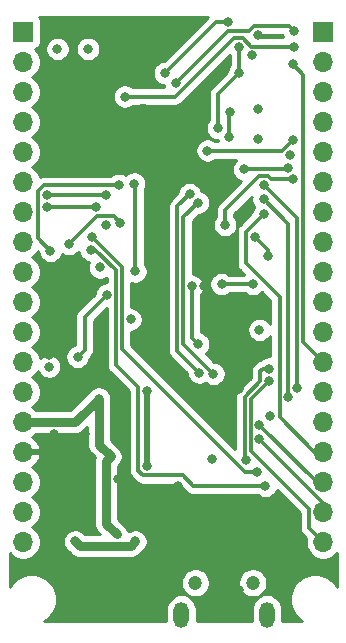
<source format=gbr>
%TF.GenerationSoftware,KiCad,Pcbnew,(5.1.7-0-10_14)*%
%TF.CreationDate,2020-11-02T22:23:07+09:00*%
%TF.ProjectId,mini-esp32,6d696e69-2d65-4737-9033-322e6b696361,rev?*%
%TF.SameCoordinates,Original*%
%TF.FileFunction,Copper,L4,Bot*%
%TF.FilePolarity,Positive*%
%FSLAX46Y46*%
G04 Gerber Fmt 4.6, Leading zero omitted, Abs format (unit mm)*
G04 Created by KiCad (PCBNEW (5.1.7-0-10_14)) date 2020-11-02 22:23:07*
%MOMM*%
%LPD*%
G01*
G04 APERTURE LIST*
%TA.AperFunction,ComponentPad*%
%ADD10O,1.700000X1.700000*%
%TD*%
%TA.AperFunction,ComponentPad*%
%ADD11R,1.700000X1.700000*%
%TD*%
%TA.AperFunction,ComponentPad*%
%ADD12C,1.200000*%
%TD*%
%TA.AperFunction,ComponentPad*%
%ADD13O,1.300000X2.200000*%
%TD*%
%TA.AperFunction,ViaPad*%
%ADD14C,1.600000*%
%TD*%
%TA.AperFunction,ViaPad*%
%ADD15C,0.800000*%
%TD*%
%TA.AperFunction,Conductor*%
%ADD16C,0.500000*%
%TD*%
%TA.AperFunction,Conductor*%
%ADD17C,0.750000*%
%TD*%
%TA.AperFunction,Conductor*%
%ADD18C,0.300000*%
%TD*%
%TA.AperFunction,Conductor*%
%ADD19C,0.254000*%
%TD*%
%TA.AperFunction,Conductor*%
%ADD20C,0.100000*%
%TD*%
G04 APERTURE END LIST*
D10*
%TO.P,J5,18*%
%TO.N,VBUS*%
X121000000Y-112240000D03*
%TO.P,J5,17*%
%TO.N,VDD*%
X121000000Y-109700000D03*
%TO.P,J5,16*%
%TO.N,Net-(J5-Pad16)*%
X121000000Y-107160000D03*
%TO.P,J5,15*%
%TO.N,GND*%
X121000000Y-104620000D03*
%TO.P,J5,14*%
%TO.N,+BATT*%
X121000000Y-102080000D03*
%TO.P,J5,13*%
%TO.N,EN*%
X121000000Y-99540000D03*
%TO.P,J5,12*%
%TO.N,Net-(J5-Pad12)*%
X121000000Y-97000000D03*
%TO.P,J5,11*%
%TO.N,Net-(J5-Pad11)*%
X121000000Y-94460000D03*
%TO.P,J5,10*%
%TO.N,IO2*%
X121000000Y-91920000D03*
%TO.P,J5,9*%
%TO.N,IO5*%
X121000000Y-89380000D03*
%TO.P,J5,8*%
%TO.N,IO13*%
X121000000Y-86840000D03*
%TO.P,J5,7*%
%TO.N,IO33*%
X121000000Y-84300000D03*
%TO.P,J5,6*%
%TO.N,IO32*%
X121000000Y-81760000D03*
%TO.P,J5,5*%
%TO.N,IO27*%
X121000000Y-79220000D03*
%TO.P,J5,4*%
%TO.N,IO26_DAC2*%
X121000000Y-76680000D03*
%TO.P,J5,3*%
%TO.N,IO25_DAC1*%
X121000000Y-74140000D03*
%TO.P,J5,2*%
%TO.N,TXD0*%
X121000000Y-71600000D03*
D11*
%TO.P,J5,1*%
%TO.N,RXD0*%
X121000000Y-69060000D03*
%TD*%
%TO.P,J6,1*%
%TO.N,I36*%
X146400000Y-69060000D03*
D10*
%TO.P,J6,2*%
%TO.N,I39*%
X146400000Y-71600000D03*
%TO.P,J6,3*%
%TO.N,I34*%
X146400000Y-74140000D03*
%TO.P,J6,4*%
%TO.N,I35*%
X146400000Y-76680000D03*
%TO.P,J6,5*%
%TO.N,IO15*%
X146400000Y-79220000D03*
%TO.P,J6,6*%
%TO.N,Net-(J6-Pad6)*%
X146400000Y-81760000D03*
%TO.P,J6,7*%
%TO.N,GPIO0*%
X146400000Y-84300000D03*
%TO.P,J6,8*%
%TO.N,IO18*%
X146400000Y-86840000D03*
%TO.P,J6,9*%
%TO.N,IO23*%
X146400000Y-89380000D03*
%TO.P,J6,10*%
%TO.N,IO19*%
X146400000Y-91920000D03*
%TO.P,J6,11*%
%TO.N,IO21*%
X146400000Y-94460000D03*
%TO.P,J6,12*%
%TO.N,IO22*%
X146400000Y-97000000D03*
%TO.P,J6,13*%
%TO.N,IO14*%
X146400000Y-99540000D03*
%TO.P,J6,14*%
%TO.N,IO12*%
X146400000Y-102080000D03*
%TO.P,J6,15*%
%TO.N,IO4*%
X146400000Y-104620000D03*
%TO.P,J6,16*%
%TO.N,IO16*%
X146400000Y-107160000D03*
%TO.P,J6,17*%
%TO.N,IO17*%
X146400000Y-109700000D03*
%TO.P,J6,18*%
%TO.N,RESET*%
X146400000Y-112240000D03*
%TD*%
D12*
%TO.P,J2,0*%
%TO.N,N/C*%
X140434000Y-115698000D03*
X135584000Y-115698000D03*
D13*
%TO.P,J2,*%
%TO.N,*%
X134389000Y-118398000D03*
X141628000Y-118398000D03*
%TD*%
D14*
%TO.N,GND*%
X132700000Y-77200000D03*
D15*
X131700000Y-91500000D03*
X135100000Y-99200000D03*
X139300000Y-99300000D03*
X129000000Y-106900000D03*
X126000000Y-106900000D03*
X123700000Y-106800000D03*
X123600000Y-103100000D03*
X126200000Y-103100000D03*
X136300000Y-90600000D03*
X125500000Y-89100000D03*
X124900000Y-90000000D03*
X123500000Y-90100000D03*
X128000000Y-85400000D03*
X126500000Y-69200000D03*
X140900000Y-69300000D03*
X126400000Y-117400000D03*
X138000000Y-93000000D03*
X136900000Y-93000000D03*
X132900000Y-110800000D03*
X134100000Y-107500000D03*
X135600000Y-111000000D03*
X123200000Y-96400000D03*
X124500000Y-94800000D03*
X139600000Y-113900000D03*
X139304341Y-116303725D03*
X127600000Y-117400000D03*
D14*
X134300000Y-78400000D03*
X134300000Y-75900000D03*
X131100000Y-75900000D03*
X131100000Y-78400000D03*
D15*
%TO.N,Net-(C2-Pad1)*%
X131500000Y-105850000D03*
X131500000Y-99500000D03*
%TO.N,VDD*%
X141900000Y-101600000D03*
X126500000Y-70500000D03*
X123900000Y-70500000D03*
X127500000Y-89000000D03*
X130100000Y-93400000D03*
X141000000Y-94281998D03*
X136961108Y-105238892D03*
%TO.N,+BATT*%
X128400000Y-105000000D03*
X128900000Y-111600000D03*
X127400000Y-100100000D03*
%TO.N,RESET*%
X141700000Y-88000000D03*
X140600000Y-86400000D03*
X141800000Y-98600000D03*
%TO.N,VBUS*%
X130500000Y-112200000D03*
X125400000Y-112200000D03*
%TO.N,IO21*%
X140900000Y-75600000D03*
%TO.N,IO17*%
X141350000Y-82000000D03*
X144200000Y-99213680D03*
X141000000Y-103500000D03*
%TO.N,IO16*%
X141350000Y-83200000D03*
X143450000Y-100000000D03*
X141000000Y-102300000D03*
%TO.N,DTR*%
X140472295Y-90383365D03*
X137800000Y-90400000D03*
%TO.N,RTS*%
X141830331Y-97569669D03*
X139900000Y-105300000D03*
%TO.N,CH340GND*%
X135300000Y-90600000D03*
X135800000Y-95500000D03*
%TO.N,TXD0*%
X137100000Y-98000000D03*
X135800000Y-83500000D03*
X138462170Y-77937830D03*
X138500000Y-75800000D03*
%TO.N,RXD0*%
X139252831Y-70347169D03*
X139292169Y-72507831D03*
X135900000Y-97900000D03*
X135092892Y-82792892D03*
X137500000Y-77200000D03*
%TO.N,I35*%
X123200000Y-97400000D03*
X125597887Y-96569036D03*
X128099989Y-91300000D03*
X130500000Y-89324999D03*
X130400000Y-81900000D03*
X143800000Y-78200000D03*
X136600000Y-79100000D03*
%TO.N,I36*%
X138300000Y-68200000D03*
X133000000Y-72535000D03*
%TO.N,I39*%
X143900000Y-68950000D03*
X133912170Y-73387830D03*
%TO.N,I34*%
X143900000Y-70300000D03*
X129599998Y-74537829D03*
%TO.N,IO32*%
X123007168Y-82892832D03*
X128000000Y-82900000D03*
%TO.N,IO33*%
X123000000Y-83900000D03*
X127200000Y-83900000D03*
%TO.N,IO14*%
X126800000Y-86400000D03*
X140800000Y-106300000D03*
%TO.N,IO12*%
X126700000Y-87500000D03*
X141500000Y-107500000D03*
%TO.N,IO13*%
X124900000Y-87000000D03*
X129200000Y-85200000D03*
%TO.N,IO15*%
X138100000Y-85400000D03*
X143800002Y-81536331D03*
%TO.N,IO4*%
X141350000Y-84500000D03*
%TO.N,IO5*%
X123300000Y-87590000D03*
X129100000Y-82000000D03*
X139700000Y-80700000D03*
X143400000Y-80600000D03*
%TO.N,IO18*%
X143558955Y-79501707D03*
%TO.N,IO19*%
X140900000Y-78100000D03*
%TO.N,IO22*%
X143800000Y-71800000D03*
%TO.N,IO23*%
X140405375Y-71050000D03*
%TD*%
D16*
%TO.N,Net-(C2-Pad1)*%
X131500000Y-99500000D02*
X131500000Y-105850000D01*
D17*
%TO.N,+BATT*%
X128000001Y-110700001D02*
X128900000Y-111600000D01*
X128000001Y-105399999D02*
X128000001Y-110700001D01*
X128400000Y-105000000D02*
X128000001Y-105399999D01*
X125420000Y-102080000D02*
X127400000Y-100100000D01*
X121000000Y-102080000D02*
X125420000Y-102080000D01*
X127400000Y-104000000D02*
X128400000Y-105000000D01*
X127400000Y-100100000D02*
X127400000Y-104000000D01*
D18*
%TO.N,RESET*%
X141700000Y-87500000D02*
X140600000Y-86400000D01*
X141700000Y-88000000D02*
X141700000Y-87500000D01*
X145199999Y-109489997D02*
X145199999Y-111039999D01*
X140249999Y-104539997D02*
X145199999Y-109489997D01*
X145199999Y-111039999D02*
X146400000Y-112240000D01*
X140249999Y-100150001D02*
X140249999Y-104539997D01*
X141800000Y-98600000D02*
X140249999Y-100150001D01*
D17*
%TO.N,VBUS*%
X125799999Y-112599999D02*
X125400000Y-112200000D01*
X130100001Y-112599999D02*
X125799999Y-112599999D01*
X130500000Y-112200000D02*
X130100001Y-112599999D01*
D18*
%TO.N,IO17*%
X144200000Y-84850000D02*
X144200000Y-99213680D01*
X141350000Y-82000000D02*
X144200000Y-84850000D01*
X146400000Y-108900000D02*
X146400000Y-109700000D01*
X141000000Y-103500000D02*
X146400000Y-108900000D01*
%TO.N,IO16*%
X143450000Y-85300000D02*
X143450000Y-100000000D01*
X141350000Y-83200000D02*
X143450000Y-85300000D01*
X145860000Y-107160000D02*
X146400000Y-107160000D01*
X141000000Y-102300000D02*
X145860000Y-107160000D01*
%TO.N,DTR*%
X137816635Y-90383365D02*
X137800000Y-90400000D01*
X140472295Y-90383365D02*
X137816635Y-90383365D01*
%TO.N,RTS*%
X141264646Y-97569669D02*
X141830331Y-97569669D01*
X141049999Y-97784316D02*
X141264646Y-97569669D01*
X141049999Y-98642881D02*
X141049999Y-97784316D01*
X139746440Y-105146440D02*
X139746440Y-99946440D01*
X139746440Y-99946440D02*
X141049999Y-98642881D01*
X139900000Y-105300000D02*
X139746440Y-105146440D01*
%TO.N,CH340GND*%
X135300000Y-95000000D02*
X135800000Y-95500000D01*
X135300000Y-90600000D02*
X135300000Y-95000000D01*
%TO.N,TXD0*%
X134549999Y-95449999D02*
X134549999Y-84750001D01*
X134549999Y-84750001D02*
X135800000Y-83500000D01*
X137100000Y-98000000D02*
X134549999Y-95449999D01*
X138462170Y-75837830D02*
X138500000Y-75800000D01*
X138462170Y-77937830D02*
X138462170Y-75837830D01*
%TO.N,RXD0*%
X139252831Y-72468493D02*
X139292169Y-72507831D01*
X139252831Y-70347169D02*
X139252831Y-72468493D01*
X134049989Y-83835795D02*
X135092892Y-82792892D01*
X134049989Y-96049989D02*
X134049989Y-83835795D01*
X135900000Y-97900000D02*
X134049989Y-96049989D01*
X137500000Y-74300000D02*
X139292169Y-72507831D01*
X137500000Y-77200000D02*
X137500000Y-74300000D01*
%TO.N,I35*%
X126197887Y-93202102D02*
X128099989Y-91300000D01*
X130500000Y-82000000D02*
X130400000Y-81900000D01*
X130500000Y-89324999D02*
X130500000Y-82000000D01*
X142900000Y-79100000D02*
X136600000Y-79100000D01*
X143800000Y-78200000D02*
X142900000Y-79100000D01*
X126197887Y-95969036D02*
X125597887Y-96569036D01*
X126197887Y-95897887D02*
X126197887Y-95969036D01*
X126197887Y-95897887D02*
X126197887Y-93202102D01*
%TO.N,I36*%
X137335000Y-68200000D02*
X133000000Y-72535000D01*
X138300000Y-68200000D02*
X137335000Y-68200000D01*
%TO.N,I39*%
X138350000Y-68950000D02*
X133912170Y-73387830D01*
X143499999Y-68549999D02*
X140550000Y-68549999D01*
X140550000Y-68549999D02*
X140149999Y-68950000D01*
X140149999Y-68950000D02*
X138350000Y-68950000D01*
X143900000Y-68950000D02*
X143499999Y-68549999D01*
%TO.N,I34*%
X138812834Y-69597168D02*
X133872173Y-74537829D01*
X133872173Y-74537829D02*
X129599998Y-74537829D01*
X140315664Y-70300000D02*
X139612832Y-69597168D01*
X139612832Y-69597168D02*
X138812834Y-69597168D01*
X143900000Y-70300000D02*
X140315664Y-70300000D01*
%TO.N,IO32*%
X127992832Y-82892832D02*
X128000000Y-82900000D01*
X123007168Y-82892832D02*
X127992832Y-82892832D01*
%TO.N,IO33*%
X123000000Y-83900000D02*
X127200000Y-83900000D01*
%TO.N,IO14*%
X139789998Y-106300000D02*
X129349999Y-95860001D01*
X129349999Y-88949999D02*
X126800000Y-86400000D01*
X129349999Y-95860001D02*
X129349999Y-88949999D01*
X140800000Y-106300000D02*
X139789998Y-106300000D01*
%TO.N,IO12*%
X127110002Y-87500000D02*
X126700000Y-87500000D01*
X128849989Y-89239987D02*
X127110002Y-87500000D01*
X130749999Y-99149999D02*
X128849989Y-97249989D01*
X130749999Y-106210001D02*
X130749999Y-99149999D01*
X131139999Y-106600001D02*
X130749999Y-106210001D01*
X134510003Y-106600001D02*
X131139999Y-106600001D01*
X128849989Y-97249989D02*
X128849989Y-89239987D01*
X135410002Y-107500000D02*
X134510003Y-106600001D01*
X141500000Y-107500000D02*
X135410002Y-107500000D01*
%TO.N,IO13*%
X128649999Y-84649999D02*
X129200000Y-85200000D01*
X127250001Y-84649999D02*
X128649999Y-84649999D01*
X124900000Y-87000000D02*
X127250001Y-84649999D01*
%TO.N,IO15*%
X141996333Y-81536331D02*
X143800002Y-81536331D01*
X140989999Y-81249999D02*
X141710001Y-81249999D01*
X138100000Y-84139998D02*
X140989999Y-81249999D01*
X141710001Y-81249999D02*
X141996333Y-81536331D01*
X138100000Y-85400000D02*
X138100000Y-84139998D01*
%TO.N,IO4*%
X139849999Y-86000001D02*
X139849999Y-88651067D01*
X139849999Y-88651067D02*
X142700000Y-91501068D01*
X141350000Y-84500000D02*
X139849999Y-86000001D01*
X145620000Y-104620000D02*
X146400000Y-104620000D01*
X142700000Y-101700000D02*
X145620000Y-104620000D01*
X142700000Y-91501068D02*
X142700000Y-101700000D01*
%TO.N,IO5*%
X122789998Y-82000000D02*
X129100000Y-82000000D01*
X122249999Y-82539999D02*
X122789998Y-82000000D01*
X122249999Y-86539999D02*
X122249999Y-82539999D01*
X123300000Y-87590000D02*
X122249999Y-86539999D01*
X143300000Y-80700000D02*
X143400000Y-80600000D01*
X139700000Y-80700000D02*
X143300000Y-80700000D01*
%TO.N,IO22*%
X144700010Y-95300010D02*
X144700010Y-72700010D01*
X146400000Y-97000000D02*
X144700010Y-95300010D01*
X144700010Y-72700010D02*
X143800000Y-71800000D01*
%TD*%
D19*
%TO.N,GND*%
X122265000Y-87665157D02*
X122265000Y-87691939D01*
X122304774Y-87891898D01*
X122382795Y-88080256D01*
X122496063Y-88249774D01*
X122640226Y-88393937D01*
X122809744Y-88507205D01*
X122998102Y-88585226D01*
X123198061Y-88625000D01*
X123401939Y-88625000D01*
X123601898Y-88585226D01*
X123790256Y-88507205D01*
X123959774Y-88393937D01*
X124103937Y-88249774D01*
X124217205Y-88080256D01*
X124295226Y-87891898D01*
X124304217Y-87846695D01*
X124409744Y-87917205D01*
X124598102Y-87995226D01*
X124798061Y-88035000D01*
X125001939Y-88035000D01*
X125201898Y-87995226D01*
X125390256Y-87917205D01*
X125559774Y-87803937D01*
X125681055Y-87682656D01*
X125704774Y-87801898D01*
X125782795Y-87990256D01*
X125896063Y-88159774D01*
X126040226Y-88303937D01*
X126209744Y-88417205D01*
X126398102Y-88495226D01*
X126574292Y-88530272D01*
X126504774Y-88698102D01*
X126465000Y-88898061D01*
X126465000Y-89101939D01*
X126504774Y-89301898D01*
X126582795Y-89490256D01*
X126696063Y-89659774D01*
X126840226Y-89803937D01*
X127009744Y-89917205D01*
X127198102Y-89995226D01*
X127398061Y-90035000D01*
X127601939Y-90035000D01*
X127801898Y-89995226D01*
X127990256Y-89917205D01*
X128064990Y-89867270D01*
X128064990Y-90265000D01*
X127998050Y-90265000D01*
X127798091Y-90304774D01*
X127609733Y-90382795D01*
X127440215Y-90496063D01*
X127296052Y-90640226D01*
X127182784Y-90809744D01*
X127104763Y-90998102D01*
X127064989Y-91198061D01*
X127064989Y-91224842D01*
X125670072Y-92619760D01*
X125640124Y-92644338D01*
X125615546Y-92674286D01*
X125615542Y-92674290D01*
X125582577Y-92714458D01*
X125542026Y-92763869D01*
X125503064Y-92836762D01*
X125469133Y-92900243D01*
X125424246Y-93048216D01*
X125409090Y-93202102D01*
X125412888Y-93240665D01*
X125412887Y-95550558D01*
X125295989Y-95573810D01*
X125107631Y-95651831D01*
X124938113Y-95765099D01*
X124793950Y-95909262D01*
X124680682Y-96078780D01*
X124602661Y-96267138D01*
X124562887Y-96467097D01*
X124562887Y-96670975D01*
X124602661Y-96870934D01*
X124680682Y-97059292D01*
X124793950Y-97228810D01*
X124938113Y-97372973D01*
X125107631Y-97486241D01*
X125295989Y-97564262D01*
X125495948Y-97604036D01*
X125699826Y-97604036D01*
X125899785Y-97564262D01*
X126088143Y-97486241D01*
X126257661Y-97372973D01*
X126401824Y-97228810D01*
X126515092Y-97059292D01*
X126593113Y-96870934D01*
X126632887Y-96670975D01*
X126632887Y-96644194D01*
X126725702Y-96551379D01*
X126755651Y-96526800D01*
X126780228Y-96496853D01*
X126780232Y-96496849D01*
X126853748Y-96407269D01*
X126864148Y-96387813D01*
X126891778Y-96336120D01*
X126926641Y-96270896D01*
X126971528Y-96122924D01*
X126976381Y-96073651D01*
X126982887Y-96007596D01*
X126982887Y-96007590D01*
X126986684Y-95969037D01*
X126982887Y-95930484D01*
X126982887Y-93527259D01*
X128064990Y-92445157D01*
X128064989Y-97211436D01*
X128061192Y-97249989D01*
X128064989Y-97288542D01*
X128064989Y-97288549D01*
X128076348Y-97403875D01*
X128121235Y-97551848D01*
X128194127Y-97688221D01*
X128292225Y-97807753D01*
X128322179Y-97832336D01*
X129965000Y-99475158D01*
X129964999Y-106171448D01*
X129961202Y-106210001D01*
X129964999Y-106248554D01*
X129964999Y-106248561D01*
X129976358Y-106363887D01*
X130021245Y-106511860D01*
X130094137Y-106648233D01*
X130192235Y-106767765D01*
X130222189Y-106792348D01*
X130557652Y-107127811D01*
X130582235Y-107157765D01*
X130701766Y-107255863D01*
X130838139Y-107328755D01*
X130951671Y-107363195D01*
X130986111Y-107373642D01*
X131000489Y-107375058D01*
X131101438Y-107385001D01*
X131101445Y-107385001D01*
X131139998Y-107388798D01*
X131178551Y-107385001D01*
X134184846Y-107385001D01*
X134827655Y-108027810D01*
X134852238Y-108057764D01*
X134971769Y-108155862D01*
X135082410Y-108215000D01*
X135108142Y-108228754D01*
X135256115Y-108273642D01*
X135331028Y-108281020D01*
X135371441Y-108285000D01*
X135371446Y-108285000D01*
X135410002Y-108288797D01*
X135448558Y-108285000D01*
X140821289Y-108285000D01*
X140840226Y-108303937D01*
X141009744Y-108417205D01*
X141198102Y-108495226D01*
X141398061Y-108535000D01*
X141601939Y-108535000D01*
X141801898Y-108495226D01*
X141990256Y-108417205D01*
X142159774Y-108303937D01*
X142303937Y-108159774D01*
X142417205Y-107990256D01*
X142467845Y-107868001D01*
X144414999Y-109815155D01*
X144415000Y-111001437D01*
X144411202Y-111039999D01*
X144426358Y-111193885D01*
X144471245Y-111341858D01*
X144491151Y-111379100D01*
X144544138Y-111478232D01*
X144584689Y-111527643D01*
X144617654Y-111567811D01*
X144617658Y-111567815D01*
X144642236Y-111597763D01*
X144672184Y-111622341D01*
X144952925Y-111903082D01*
X144915000Y-112093740D01*
X144915000Y-112386260D01*
X144972068Y-112673158D01*
X145084010Y-112943411D01*
X145246525Y-113186632D01*
X145453368Y-113393475D01*
X145696589Y-113555990D01*
X145966842Y-113667932D01*
X146253740Y-113725000D01*
X146546260Y-113725000D01*
X146833158Y-113667932D01*
X147103411Y-113555990D01*
X147346632Y-113393475D01*
X147540000Y-113200107D01*
X147540000Y-116010856D01*
X147358363Y-115739017D01*
X147060983Y-115441637D01*
X146711302Y-115207988D01*
X146322756Y-115047047D01*
X145910279Y-114965000D01*
X145489721Y-114965000D01*
X145077244Y-115047047D01*
X144688698Y-115207988D01*
X144339017Y-115441637D01*
X144041637Y-115739017D01*
X143807988Y-116088698D01*
X143647047Y-116477244D01*
X143565000Y-116889721D01*
X143565000Y-117310279D01*
X143647047Y-117722756D01*
X143807988Y-118111302D01*
X144041637Y-118460983D01*
X144339017Y-118758363D01*
X144610856Y-118940000D01*
X142910156Y-118940000D01*
X142913000Y-118911122D01*
X142913000Y-117884877D01*
X142894407Y-117696096D01*
X142820929Y-117453873D01*
X142701608Y-117230638D01*
X142541028Y-117034972D01*
X142345361Y-116874392D01*
X142122126Y-116755071D01*
X141879903Y-116681593D01*
X141628000Y-116656783D01*
X141376096Y-116681593D01*
X141133873Y-116755071D01*
X140910638Y-116874392D01*
X140714972Y-117034972D01*
X140554392Y-117230639D01*
X140435071Y-117453874D01*
X140361593Y-117696097D01*
X140343000Y-117884878D01*
X140343000Y-118911123D01*
X140345844Y-118940000D01*
X135671156Y-118940000D01*
X135674000Y-118911122D01*
X135674000Y-117884877D01*
X135655407Y-117696096D01*
X135581929Y-117453873D01*
X135462608Y-117230638D01*
X135302028Y-117034972D01*
X135106361Y-116874392D01*
X134883126Y-116755071D01*
X134640903Y-116681593D01*
X134389000Y-116656783D01*
X134137096Y-116681593D01*
X133894873Y-116755071D01*
X133671638Y-116874392D01*
X133475972Y-117034972D01*
X133315392Y-117230639D01*
X133196071Y-117453874D01*
X133122593Y-117696097D01*
X133104000Y-117884878D01*
X133104000Y-118911123D01*
X133106844Y-118940000D01*
X122789144Y-118940000D01*
X123060983Y-118758363D01*
X123358363Y-118460983D01*
X123592012Y-118111302D01*
X123752953Y-117722756D01*
X123835000Y-117310279D01*
X123835000Y-116889721D01*
X123752953Y-116477244D01*
X123592012Y-116088698D01*
X123358363Y-115739017D01*
X123195709Y-115576363D01*
X134349000Y-115576363D01*
X134349000Y-115819637D01*
X134396460Y-116058236D01*
X134489557Y-116282992D01*
X134624713Y-116485267D01*
X134796733Y-116657287D01*
X134999008Y-116792443D01*
X135223764Y-116885540D01*
X135462363Y-116933000D01*
X135705637Y-116933000D01*
X135944236Y-116885540D01*
X136168992Y-116792443D01*
X136371267Y-116657287D01*
X136543287Y-116485267D01*
X136678443Y-116282992D01*
X136771540Y-116058236D01*
X136819000Y-115819637D01*
X136819000Y-115576363D01*
X139199000Y-115576363D01*
X139199000Y-115819637D01*
X139246460Y-116058236D01*
X139339557Y-116282992D01*
X139474713Y-116485267D01*
X139646733Y-116657287D01*
X139849008Y-116792443D01*
X140073764Y-116885540D01*
X140312363Y-116933000D01*
X140555637Y-116933000D01*
X140794236Y-116885540D01*
X141018992Y-116792443D01*
X141221267Y-116657287D01*
X141393287Y-116485267D01*
X141528443Y-116282992D01*
X141621540Y-116058236D01*
X141669000Y-115819637D01*
X141669000Y-115576363D01*
X141621540Y-115337764D01*
X141528443Y-115113008D01*
X141393287Y-114910733D01*
X141221267Y-114738713D01*
X141018992Y-114603557D01*
X140794236Y-114510460D01*
X140555637Y-114463000D01*
X140312363Y-114463000D01*
X140073764Y-114510460D01*
X139849008Y-114603557D01*
X139646733Y-114738713D01*
X139474713Y-114910733D01*
X139339557Y-115113008D01*
X139246460Y-115337764D01*
X139199000Y-115576363D01*
X136819000Y-115576363D01*
X136771540Y-115337764D01*
X136678443Y-115113008D01*
X136543287Y-114910733D01*
X136371267Y-114738713D01*
X136168992Y-114603557D01*
X135944236Y-114510460D01*
X135705637Y-114463000D01*
X135462363Y-114463000D01*
X135223764Y-114510460D01*
X134999008Y-114603557D01*
X134796733Y-114738713D01*
X134624713Y-114910733D01*
X134489557Y-115113008D01*
X134396460Y-115337764D01*
X134349000Y-115576363D01*
X123195709Y-115576363D01*
X123060983Y-115441637D01*
X122711302Y-115207988D01*
X122322756Y-115047047D01*
X121910279Y-114965000D01*
X121489721Y-114965000D01*
X121077244Y-115047047D01*
X120688698Y-115207988D01*
X120339017Y-115441637D01*
X120041637Y-115739017D01*
X119860000Y-116010856D01*
X119860000Y-113200107D01*
X120053368Y-113393475D01*
X120296589Y-113555990D01*
X120566842Y-113667932D01*
X120853740Y-113725000D01*
X121146260Y-113725000D01*
X121433158Y-113667932D01*
X121703411Y-113555990D01*
X121946632Y-113393475D01*
X122153475Y-113186632D01*
X122315990Y-112943411D01*
X122427932Y-112673158D01*
X122485000Y-112386260D01*
X122485000Y-112093740D01*
X122427932Y-111806842D01*
X122315990Y-111536589D01*
X122153475Y-111293368D01*
X121946632Y-111086525D01*
X121772240Y-110970000D01*
X121946632Y-110853475D01*
X122153475Y-110646632D01*
X122315990Y-110403411D01*
X122427932Y-110133158D01*
X122485000Y-109846260D01*
X122485000Y-109553740D01*
X122427932Y-109266842D01*
X122315990Y-108996589D01*
X122153475Y-108753368D01*
X121946632Y-108546525D01*
X121772240Y-108430000D01*
X121946632Y-108313475D01*
X122153475Y-108106632D01*
X122315990Y-107863411D01*
X122427932Y-107593158D01*
X122485000Y-107306260D01*
X122485000Y-107013740D01*
X122427932Y-106726842D01*
X122315990Y-106456589D01*
X122153475Y-106213368D01*
X121946632Y-106006525D01*
X121764466Y-105884805D01*
X121881355Y-105815178D01*
X122097588Y-105620269D01*
X122271641Y-105386920D01*
X122396825Y-105124099D01*
X122441476Y-104976890D01*
X122320155Y-104747000D01*
X121127000Y-104747000D01*
X121127000Y-104767000D01*
X120873000Y-104767000D01*
X120873000Y-104747000D01*
X120853000Y-104747000D01*
X120853000Y-104493000D01*
X120873000Y-104493000D01*
X120873000Y-104473000D01*
X121127000Y-104473000D01*
X121127000Y-104493000D01*
X122320155Y-104493000D01*
X122441476Y-104263110D01*
X122396825Y-104115901D01*
X122271641Y-103853080D01*
X122097588Y-103619731D01*
X121881355Y-103424822D01*
X121764466Y-103355195D01*
X121946632Y-103233475D01*
X122090107Y-103090000D01*
X125370392Y-103090000D01*
X125420000Y-103094886D01*
X125617994Y-103075385D01*
X125662883Y-103061768D01*
X125808380Y-103017632D01*
X125983840Y-102923847D01*
X126137633Y-102797633D01*
X126169261Y-102759094D01*
X126390001Y-102538355D01*
X126390001Y-103950382D01*
X126385114Y-104000000D01*
X126404615Y-104197994D01*
X126462368Y-104388379D01*
X126527239Y-104509744D01*
X126556154Y-104563840D01*
X126682368Y-104717633D01*
X126720901Y-104749256D01*
X127043958Y-105072313D01*
X127004616Y-105202005D01*
X126985115Y-105399999D01*
X126990001Y-105449607D01*
X126990002Y-110650383D01*
X126985115Y-110700001D01*
X127004616Y-110897995D01*
X127062369Y-111088380D01*
X127156155Y-111263841D01*
X127220182Y-111341858D01*
X127282369Y-111417634D01*
X127320902Y-111449257D01*
X127461644Y-111589999D01*
X126237194Y-111589999D01*
X126203937Y-111540226D01*
X126059774Y-111396063D01*
X125890256Y-111282795D01*
X125701898Y-111204774D01*
X125501939Y-111165000D01*
X125298061Y-111165000D01*
X125098102Y-111204774D01*
X124909744Y-111282795D01*
X124740226Y-111396063D01*
X124596063Y-111540226D01*
X124482795Y-111709744D01*
X124404774Y-111898102D01*
X124365000Y-112098061D01*
X124365000Y-112301939D01*
X124404774Y-112501898D01*
X124482795Y-112690256D01*
X124596063Y-112859774D01*
X124740226Y-113003937D01*
X124846778Y-113075133D01*
X125050734Y-113279088D01*
X125082366Y-113317632D01*
X125236159Y-113443846D01*
X125411619Y-113537631D01*
X125602004Y-113595384D01*
X125799998Y-113614885D01*
X125849606Y-113609999D01*
X130050393Y-113609999D01*
X130100001Y-113614885D01*
X130297995Y-113595384D01*
X130488381Y-113537631D01*
X130663841Y-113443846D01*
X130817634Y-113317632D01*
X130849263Y-113279092D01*
X131053222Y-113075133D01*
X131159774Y-113003937D01*
X131303937Y-112859774D01*
X131417205Y-112690256D01*
X131495226Y-112501898D01*
X131535000Y-112301939D01*
X131535000Y-112098061D01*
X131495226Y-111898102D01*
X131417205Y-111709744D01*
X131303937Y-111540226D01*
X131159774Y-111396063D01*
X130990256Y-111282795D01*
X130801898Y-111204774D01*
X130601939Y-111165000D01*
X130398061Y-111165000D01*
X130198102Y-111204774D01*
X130009744Y-111282795D01*
X129905973Y-111352132D01*
X129895226Y-111298102D01*
X129817205Y-111109744D01*
X129703937Y-110940226D01*
X129559774Y-110796063D01*
X129453226Y-110724870D01*
X129010001Y-110281646D01*
X129010001Y-105837194D01*
X129059774Y-105803937D01*
X129203937Y-105659774D01*
X129317205Y-105490256D01*
X129395226Y-105301898D01*
X129435000Y-105101939D01*
X129435000Y-104898061D01*
X129395226Y-104698102D01*
X129317205Y-104509744D01*
X129203937Y-104340226D01*
X129059774Y-104196063D01*
X128953226Y-104124870D01*
X128410000Y-103581645D01*
X128410000Y-100327623D01*
X128435000Y-100201939D01*
X128435000Y-99998061D01*
X128395226Y-99798102D01*
X128317205Y-99609744D01*
X128203937Y-99440226D01*
X128059774Y-99296063D01*
X127890256Y-99182795D01*
X127701898Y-99104774D01*
X127501939Y-99065000D01*
X127298061Y-99065000D01*
X127098102Y-99104774D01*
X126909744Y-99182795D01*
X126740226Y-99296063D01*
X126596063Y-99440226D01*
X126524870Y-99546774D01*
X125001645Y-101070000D01*
X122090107Y-101070000D01*
X121946632Y-100926525D01*
X121772240Y-100810000D01*
X121946632Y-100693475D01*
X122153475Y-100486632D01*
X122315990Y-100243411D01*
X122427932Y-99973158D01*
X122485000Y-99686260D01*
X122485000Y-99393740D01*
X122427932Y-99106842D01*
X122315990Y-98836589D01*
X122153475Y-98593368D01*
X121946632Y-98386525D01*
X121772240Y-98270000D01*
X121946632Y-98153475D01*
X122153475Y-97946632D01*
X122247722Y-97805582D01*
X122282795Y-97890256D01*
X122396063Y-98059774D01*
X122540226Y-98203937D01*
X122709744Y-98317205D01*
X122898102Y-98395226D01*
X123098061Y-98435000D01*
X123301939Y-98435000D01*
X123501898Y-98395226D01*
X123690256Y-98317205D01*
X123859774Y-98203937D01*
X124003937Y-98059774D01*
X124117205Y-97890256D01*
X124195226Y-97701898D01*
X124235000Y-97501939D01*
X124235000Y-97298061D01*
X124195226Y-97098102D01*
X124117205Y-96909744D01*
X124003937Y-96740226D01*
X123859774Y-96596063D01*
X123690256Y-96482795D01*
X123501898Y-96404774D01*
X123301939Y-96365000D01*
X123098061Y-96365000D01*
X122898102Y-96404774D01*
X122709744Y-96482795D01*
X122540226Y-96596063D01*
X122451411Y-96684878D01*
X122427932Y-96566842D01*
X122315990Y-96296589D01*
X122153475Y-96053368D01*
X121946632Y-95846525D01*
X121772240Y-95730000D01*
X121946632Y-95613475D01*
X122153475Y-95406632D01*
X122315990Y-95163411D01*
X122427932Y-94893158D01*
X122485000Y-94606260D01*
X122485000Y-94313740D01*
X122427932Y-94026842D01*
X122315990Y-93756589D01*
X122153475Y-93513368D01*
X121946632Y-93306525D01*
X121772240Y-93190000D01*
X121946632Y-93073475D01*
X122153475Y-92866632D01*
X122315990Y-92623411D01*
X122427932Y-92353158D01*
X122485000Y-92066260D01*
X122485000Y-91773740D01*
X122427932Y-91486842D01*
X122315990Y-91216589D01*
X122153475Y-90973368D01*
X121946632Y-90766525D01*
X121772240Y-90650000D01*
X121946632Y-90533475D01*
X122153475Y-90326632D01*
X122315990Y-90083411D01*
X122427932Y-89813158D01*
X122485000Y-89526260D01*
X122485000Y-89233740D01*
X122427932Y-88946842D01*
X122315990Y-88676589D01*
X122153475Y-88433368D01*
X121946632Y-88226525D01*
X121772240Y-88110000D01*
X121946632Y-87993475D01*
X122153475Y-87786632D01*
X122246802Y-87646959D01*
X122265000Y-87665157D01*
%TA.AperFunction,Conductor*%
D20*
G36*
X122265000Y-87665157D02*
G01*
X122265000Y-87691939D01*
X122304774Y-87891898D01*
X122382795Y-88080256D01*
X122496063Y-88249774D01*
X122640226Y-88393937D01*
X122809744Y-88507205D01*
X122998102Y-88585226D01*
X123198061Y-88625000D01*
X123401939Y-88625000D01*
X123601898Y-88585226D01*
X123790256Y-88507205D01*
X123959774Y-88393937D01*
X124103937Y-88249774D01*
X124217205Y-88080256D01*
X124295226Y-87891898D01*
X124304217Y-87846695D01*
X124409744Y-87917205D01*
X124598102Y-87995226D01*
X124798061Y-88035000D01*
X125001939Y-88035000D01*
X125201898Y-87995226D01*
X125390256Y-87917205D01*
X125559774Y-87803937D01*
X125681055Y-87682656D01*
X125704774Y-87801898D01*
X125782795Y-87990256D01*
X125896063Y-88159774D01*
X126040226Y-88303937D01*
X126209744Y-88417205D01*
X126398102Y-88495226D01*
X126574292Y-88530272D01*
X126504774Y-88698102D01*
X126465000Y-88898061D01*
X126465000Y-89101939D01*
X126504774Y-89301898D01*
X126582795Y-89490256D01*
X126696063Y-89659774D01*
X126840226Y-89803937D01*
X127009744Y-89917205D01*
X127198102Y-89995226D01*
X127398061Y-90035000D01*
X127601939Y-90035000D01*
X127801898Y-89995226D01*
X127990256Y-89917205D01*
X128064990Y-89867270D01*
X128064990Y-90265000D01*
X127998050Y-90265000D01*
X127798091Y-90304774D01*
X127609733Y-90382795D01*
X127440215Y-90496063D01*
X127296052Y-90640226D01*
X127182784Y-90809744D01*
X127104763Y-90998102D01*
X127064989Y-91198061D01*
X127064989Y-91224842D01*
X125670072Y-92619760D01*
X125640124Y-92644338D01*
X125615546Y-92674286D01*
X125615542Y-92674290D01*
X125582577Y-92714458D01*
X125542026Y-92763869D01*
X125503064Y-92836762D01*
X125469133Y-92900243D01*
X125424246Y-93048216D01*
X125409090Y-93202102D01*
X125412888Y-93240665D01*
X125412887Y-95550558D01*
X125295989Y-95573810D01*
X125107631Y-95651831D01*
X124938113Y-95765099D01*
X124793950Y-95909262D01*
X124680682Y-96078780D01*
X124602661Y-96267138D01*
X124562887Y-96467097D01*
X124562887Y-96670975D01*
X124602661Y-96870934D01*
X124680682Y-97059292D01*
X124793950Y-97228810D01*
X124938113Y-97372973D01*
X125107631Y-97486241D01*
X125295989Y-97564262D01*
X125495948Y-97604036D01*
X125699826Y-97604036D01*
X125899785Y-97564262D01*
X126088143Y-97486241D01*
X126257661Y-97372973D01*
X126401824Y-97228810D01*
X126515092Y-97059292D01*
X126593113Y-96870934D01*
X126632887Y-96670975D01*
X126632887Y-96644194D01*
X126725702Y-96551379D01*
X126755651Y-96526800D01*
X126780228Y-96496853D01*
X126780232Y-96496849D01*
X126853748Y-96407269D01*
X126864148Y-96387813D01*
X126891778Y-96336120D01*
X126926641Y-96270896D01*
X126971528Y-96122924D01*
X126976381Y-96073651D01*
X126982887Y-96007596D01*
X126982887Y-96007590D01*
X126986684Y-95969037D01*
X126982887Y-95930484D01*
X126982887Y-93527259D01*
X128064990Y-92445157D01*
X128064989Y-97211436D01*
X128061192Y-97249989D01*
X128064989Y-97288542D01*
X128064989Y-97288549D01*
X128076348Y-97403875D01*
X128121235Y-97551848D01*
X128194127Y-97688221D01*
X128292225Y-97807753D01*
X128322179Y-97832336D01*
X129965000Y-99475158D01*
X129964999Y-106171448D01*
X129961202Y-106210001D01*
X129964999Y-106248554D01*
X129964999Y-106248561D01*
X129976358Y-106363887D01*
X130021245Y-106511860D01*
X130094137Y-106648233D01*
X130192235Y-106767765D01*
X130222189Y-106792348D01*
X130557652Y-107127811D01*
X130582235Y-107157765D01*
X130701766Y-107255863D01*
X130838139Y-107328755D01*
X130951671Y-107363195D01*
X130986111Y-107373642D01*
X131000489Y-107375058D01*
X131101438Y-107385001D01*
X131101445Y-107385001D01*
X131139998Y-107388798D01*
X131178551Y-107385001D01*
X134184846Y-107385001D01*
X134827655Y-108027810D01*
X134852238Y-108057764D01*
X134971769Y-108155862D01*
X135082410Y-108215000D01*
X135108142Y-108228754D01*
X135256115Y-108273642D01*
X135331028Y-108281020D01*
X135371441Y-108285000D01*
X135371446Y-108285000D01*
X135410002Y-108288797D01*
X135448558Y-108285000D01*
X140821289Y-108285000D01*
X140840226Y-108303937D01*
X141009744Y-108417205D01*
X141198102Y-108495226D01*
X141398061Y-108535000D01*
X141601939Y-108535000D01*
X141801898Y-108495226D01*
X141990256Y-108417205D01*
X142159774Y-108303937D01*
X142303937Y-108159774D01*
X142417205Y-107990256D01*
X142467845Y-107868001D01*
X144414999Y-109815155D01*
X144415000Y-111001437D01*
X144411202Y-111039999D01*
X144426358Y-111193885D01*
X144471245Y-111341858D01*
X144491151Y-111379100D01*
X144544138Y-111478232D01*
X144584689Y-111527643D01*
X144617654Y-111567811D01*
X144617658Y-111567815D01*
X144642236Y-111597763D01*
X144672184Y-111622341D01*
X144952925Y-111903082D01*
X144915000Y-112093740D01*
X144915000Y-112386260D01*
X144972068Y-112673158D01*
X145084010Y-112943411D01*
X145246525Y-113186632D01*
X145453368Y-113393475D01*
X145696589Y-113555990D01*
X145966842Y-113667932D01*
X146253740Y-113725000D01*
X146546260Y-113725000D01*
X146833158Y-113667932D01*
X147103411Y-113555990D01*
X147346632Y-113393475D01*
X147540000Y-113200107D01*
X147540000Y-116010856D01*
X147358363Y-115739017D01*
X147060983Y-115441637D01*
X146711302Y-115207988D01*
X146322756Y-115047047D01*
X145910279Y-114965000D01*
X145489721Y-114965000D01*
X145077244Y-115047047D01*
X144688698Y-115207988D01*
X144339017Y-115441637D01*
X144041637Y-115739017D01*
X143807988Y-116088698D01*
X143647047Y-116477244D01*
X143565000Y-116889721D01*
X143565000Y-117310279D01*
X143647047Y-117722756D01*
X143807988Y-118111302D01*
X144041637Y-118460983D01*
X144339017Y-118758363D01*
X144610856Y-118940000D01*
X142910156Y-118940000D01*
X142913000Y-118911122D01*
X142913000Y-117884877D01*
X142894407Y-117696096D01*
X142820929Y-117453873D01*
X142701608Y-117230638D01*
X142541028Y-117034972D01*
X142345361Y-116874392D01*
X142122126Y-116755071D01*
X141879903Y-116681593D01*
X141628000Y-116656783D01*
X141376096Y-116681593D01*
X141133873Y-116755071D01*
X140910638Y-116874392D01*
X140714972Y-117034972D01*
X140554392Y-117230639D01*
X140435071Y-117453874D01*
X140361593Y-117696097D01*
X140343000Y-117884878D01*
X140343000Y-118911123D01*
X140345844Y-118940000D01*
X135671156Y-118940000D01*
X135674000Y-118911122D01*
X135674000Y-117884877D01*
X135655407Y-117696096D01*
X135581929Y-117453873D01*
X135462608Y-117230638D01*
X135302028Y-117034972D01*
X135106361Y-116874392D01*
X134883126Y-116755071D01*
X134640903Y-116681593D01*
X134389000Y-116656783D01*
X134137096Y-116681593D01*
X133894873Y-116755071D01*
X133671638Y-116874392D01*
X133475972Y-117034972D01*
X133315392Y-117230639D01*
X133196071Y-117453874D01*
X133122593Y-117696097D01*
X133104000Y-117884878D01*
X133104000Y-118911123D01*
X133106844Y-118940000D01*
X122789144Y-118940000D01*
X123060983Y-118758363D01*
X123358363Y-118460983D01*
X123592012Y-118111302D01*
X123752953Y-117722756D01*
X123835000Y-117310279D01*
X123835000Y-116889721D01*
X123752953Y-116477244D01*
X123592012Y-116088698D01*
X123358363Y-115739017D01*
X123195709Y-115576363D01*
X134349000Y-115576363D01*
X134349000Y-115819637D01*
X134396460Y-116058236D01*
X134489557Y-116282992D01*
X134624713Y-116485267D01*
X134796733Y-116657287D01*
X134999008Y-116792443D01*
X135223764Y-116885540D01*
X135462363Y-116933000D01*
X135705637Y-116933000D01*
X135944236Y-116885540D01*
X136168992Y-116792443D01*
X136371267Y-116657287D01*
X136543287Y-116485267D01*
X136678443Y-116282992D01*
X136771540Y-116058236D01*
X136819000Y-115819637D01*
X136819000Y-115576363D01*
X139199000Y-115576363D01*
X139199000Y-115819637D01*
X139246460Y-116058236D01*
X139339557Y-116282992D01*
X139474713Y-116485267D01*
X139646733Y-116657287D01*
X139849008Y-116792443D01*
X140073764Y-116885540D01*
X140312363Y-116933000D01*
X140555637Y-116933000D01*
X140794236Y-116885540D01*
X141018992Y-116792443D01*
X141221267Y-116657287D01*
X141393287Y-116485267D01*
X141528443Y-116282992D01*
X141621540Y-116058236D01*
X141669000Y-115819637D01*
X141669000Y-115576363D01*
X141621540Y-115337764D01*
X141528443Y-115113008D01*
X141393287Y-114910733D01*
X141221267Y-114738713D01*
X141018992Y-114603557D01*
X140794236Y-114510460D01*
X140555637Y-114463000D01*
X140312363Y-114463000D01*
X140073764Y-114510460D01*
X139849008Y-114603557D01*
X139646733Y-114738713D01*
X139474713Y-114910733D01*
X139339557Y-115113008D01*
X139246460Y-115337764D01*
X139199000Y-115576363D01*
X136819000Y-115576363D01*
X136771540Y-115337764D01*
X136678443Y-115113008D01*
X136543287Y-114910733D01*
X136371267Y-114738713D01*
X136168992Y-114603557D01*
X135944236Y-114510460D01*
X135705637Y-114463000D01*
X135462363Y-114463000D01*
X135223764Y-114510460D01*
X134999008Y-114603557D01*
X134796733Y-114738713D01*
X134624713Y-114910733D01*
X134489557Y-115113008D01*
X134396460Y-115337764D01*
X134349000Y-115576363D01*
X123195709Y-115576363D01*
X123060983Y-115441637D01*
X122711302Y-115207988D01*
X122322756Y-115047047D01*
X121910279Y-114965000D01*
X121489721Y-114965000D01*
X121077244Y-115047047D01*
X120688698Y-115207988D01*
X120339017Y-115441637D01*
X120041637Y-115739017D01*
X119860000Y-116010856D01*
X119860000Y-113200107D01*
X120053368Y-113393475D01*
X120296589Y-113555990D01*
X120566842Y-113667932D01*
X120853740Y-113725000D01*
X121146260Y-113725000D01*
X121433158Y-113667932D01*
X121703411Y-113555990D01*
X121946632Y-113393475D01*
X122153475Y-113186632D01*
X122315990Y-112943411D01*
X122427932Y-112673158D01*
X122485000Y-112386260D01*
X122485000Y-112093740D01*
X122427932Y-111806842D01*
X122315990Y-111536589D01*
X122153475Y-111293368D01*
X121946632Y-111086525D01*
X121772240Y-110970000D01*
X121946632Y-110853475D01*
X122153475Y-110646632D01*
X122315990Y-110403411D01*
X122427932Y-110133158D01*
X122485000Y-109846260D01*
X122485000Y-109553740D01*
X122427932Y-109266842D01*
X122315990Y-108996589D01*
X122153475Y-108753368D01*
X121946632Y-108546525D01*
X121772240Y-108430000D01*
X121946632Y-108313475D01*
X122153475Y-108106632D01*
X122315990Y-107863411D01*
X122427932Y-107593158D01*
X122485000Y-107306260D01*
X122485000Y-107013740D01*
X122427932Y-106726842D01*
X122315990Y-106456589D01*
X122153475Y-106213368D01*
X121946632Y-106006525D01*
X121764466Y-105884805D01*
X121881355Y-105815178D01*
X122097588Y-105620269D01*
X122271641Y-105386920D01*
X122396825Y-105124099D01*
X122441476Y-104976890D01*
X122320155Y-104747000D01*
X121127000Y-104747000D01*
X121127000Y-104767000D01*
X120873000Y-104767000D01*
X120873000Y-104747000D01*
X120853000Y-104747000D01*
X120853000Y-104493000D01*
X120873000Y-104493000D01*
X120873000Y-104473000D01*
X121127000Y-104473000D01*
X121127000Y-104493000D01*
X122320155Y-104493000D01*
X122441476Y-104263110D01*
X122396825Y-104115901D01*
X122271641Y-103853080D01*
X122097588Y-103619731D01*
X121881355Y-103424822D01*
X121764466Y-103355195D01*
X121946632Y-103233475D01*
X122090107Y-103090000D01*
X125370392Y-103090000D01*
X125420000Y-103094886D01*
X125617994Y-103075385D01*
X125662883Y-103061768D01*
X125808380Y-103017632D01*
X125983840Y-102923847D01*
X126137633Y-102797633D01*
X126169261Y-102759094D01*
X126390001Y-102538355D01*
X126390001Y-103950382D01*
X126385114Y-104000000D01*
X126404615Y-104197994D01*
X126462368Y-104388379D01*
X126527239Y-104509744D01*
X126556154Y-104563840D01*
X126682368Y-104717633D01*
X126720901Y-104749256D01*
X127043958Y-105072313D01*
X127004616Y-105202005D01*
X126985115Y-105399999D01*
X126990001Y-105449607D01*
X126990002Y-110650383D01*
X126985115Y-110700001D01*
X127004616Y-110897995D01*
X127062369Y-111088380D01*
X127156155Y-111263841D01*
X127220182Y-111341858D01*
X127282369Y-111417634D01*
X127320902Y-111449257D01*
X127461644Y-111589999D01*
X126237194Y-111589999D01*
X126203937Y-111540226D01*
X126059774Y-111396063D01*
X125890256Y-111282795D01*
X125701898Y-111204774D01*
X125501939Y-111165000D01*
X125298061Y-111165000D01*
X125098102Y-111204774D01*
X124909744Y-111282795D01*
X124740226Y-111396063D01*
X124596063Y-111540226D01*
X124482795Y-111709744D01*
X124404774Y-111898102D01*
X124365000Y-112098061D01*
X124365000Y-112301939D01*
X124404774Y-112501898D01*
X124482795Y-112690256D01*
X124596063Y-112859774D01*
X124740226Y-113003937D01*
X124846778Y-113075133D01*
X125050734Y-113279088D01*
X125082366Y-113317632D01*
X125236159Y-113443846D01*
X125411619Y-113537631D01*
X125602004Y-113595384D01*
X125799998Y-113614885D01*
X125849606Y-113609999D01*
X130050393Y-113609999D01*
X130100001Y-113614885D01*
X130297995Y-113595384D01*
X130488381Y-113537631D01*
X130663841Y-113443846D01*
X130817634Y-113317632D01*
X130849263Y-113279092D01*
X131053222Y-113075133D01*
X131159774Y-113003937D01*
X131303937Y-112859774D01*
X131417205Y-112690256D01*
X131495226Y-112501898D01*
X131535000Y-112301939D01*
X131535000Y-112098061D01*
X131495226Y-111898102D01*
X131417205Y-111709744D01*
X131303937Y-111540226D01*
X131159774Y-111396063D01*
X130990256Y-111282795D01*
X130801898Y-111204774D01*
X130601939Y-111165000D01*
X130398061Y-111165000D01*
X130198102Y-111204774D01*
X130009744Y-111282795D01*
X129905973Y-111352132D01*
X129895226Y-111298102D01*
X129817205Y-111109744D01*
X129703937Y-110940226D01*
X129559774Y-110796063D01*
X129453226Y-110724870D01*
X129010001Y-110281646D01*
X129010001Y-105837194D01*
X129059774Y-105803937D01*
X129203937Y-105659774D01*
X129317205Y-105490256D01*
X129395226Y-105301898D01*
X129435000Y-105101939D01*
X129435000Y-104898061D01*
X129395226Y-104698102D01*
X129317205Y-104509744D01*
X129203937Y-104340226D01*
X129059774Y-104196063D01*
X128953226Y-104124870D01*
X128410000Y-103581645D01*
X128410000Y-100327623D01*
X128435000Y-100201939D01*
X128435000Y-99998061D01*
X128395226Y-99798102D01*
X128317205Y-99609744D01*
X128203937Y-99440226D01*
X128059774Y-99296063D01*
X127890256Y-99182795D01*
X127701898Y-99104774D01*
X127501939Y-99065000D01*
X127298061Y-99065000D01*
X127098102Y-99104774D01*
X126909744Y-99182795D01*
X126740226Y-99296063D01*
X126596063Y-99440226D01*
X126524870Y-99546774D01*
X125001645Y-101070000D01*
X122090107Y-101070000D01*
X121946632Y-100926525D01*
X121772240Y-100810000D01*
X121946632Y-100693475D01*
X122153475Y-100486632D01*
X122315990Y-100243411D01*
X122427932Y-99973158D01*
X122485000Y-99686260D01*
X122485000Y-99393740D01*
X122427932Y-99106842D01*
X122315990Y-98836589D01*
X122153475Y-98593368D01*
X121946632Y-98386525D01*
X121772240Y-98270000D01*
X121946632Y-98153475D01*
X122153475Y-97946632D01*
X122247722Y-97805582D01*
X122282795Y-97890256D01*
X122396063Y-98059774D01*
X122540226Y-98203937D01*
X122709744Y-98317205D01*
X122898102Y-98395226D01*
X123098061Y-98435000D01*
X123301939Y-98435000D01*
X123501898Y-98395226D01*
X123690256Y-98317205D01*
X123859774Y-98203937D01*
X124003937Y-98059774D01*
X124117205Y-97890256D01*
X124195226Y-97701898D01*
X124235000Y-97501939D01*
X124235000Y-97298061D01*
X124195226Y-97098102D01*
X124117205Y-96909744D01*
X124003937Y-96740226D01*
X123859774Y-96596063D01*
X123690256Y-96482795D01*
X123501898Y-96404774D01*
X123301939Y-96365000D01*
X123098061Y-96365000D01*
X122898102Y-96404774D01*
X122709744Y-96482795D01*
X122540226Y-96596063D01*
X122451411Y-96684878D01*
X122427932Y-96566842D01*
X122315990Y-96296589D01*
X122153475Y-96053368D01*
X121946632Y-95846525D01*
X121772240Y-95730000D01*
X121946632Y-95613475D01*
X122153475Y-95406632D01*
X122315990Y-95163411D01*
X122427932Y-94893158D01*
X122485000Y-94606260D01*
X122485000Y-94313740D01*
X122427932Y-94026842D01*
X122315990Y-93756589D01*
X122153475Y-93513368D01*
X121946632Y-93306525D01*
X121772240Y-93190000D01*
X121946632Y-93073475D01*
X122153475Y-92866632D01*
X122315990Y-92623411D01*
X122427932Y-92353158D01*
X122485000Y-92066260D01*
X122485000Y-91773740D01*
X122427932Y-91486842D01*
X122315990Y-91216589D01*
X122153475Y-90973368D01*
X121946632Y-90766525D01*
X121772240Y-90650000D01*
X121946632Y-90533475D01*
X122153475Y-90326632D01*
X122315990Y-90083411D01*
X122427932Y-89813158D01*
X122485000Y-89526260D01*
X122485000Y-89233740D01*
X122427932Y-88946842D01*
X122315990Y-88676589D01*
X122153475Y-88433368D01*
X121946632Y-88226525D01*
X121772240Y-88110000D01*
X121946632Y-87993475D01*
X122153475Y-87786632D01*
X122246802Y-87646959D01*
X122265000Y-87665157D01*
G37*
%TD.AperFunction*%
D19*
X132924843Y-71500000D02*
X132898061Y-71500000D01*
X132698102Y-71539774D01*
X132509744Y-71617795D01*
X132340226Y-71731063D01*
X132196063Y-71875226D01*
X132082795Y-72044744D01*
X132004774Y-72233102D01*
X131965000Y-72433061D01*
X131965000Y-72636939D01*
X132004774Y-72836898D01*
X132082795Y-73025256D01*
X132196063Y-73194774D01*
X132340226Y-73338937D01*
X132509744Y-73452205D01*
X132698102Y-73530226D01*
X132892926Y-73568979D01*
X132916944Y-73689728D01*
X132943081Y-73752829D01*
X130278709Y-73752829D01*
X130259772Y-73733892D01*
X130090254Y-73620624D01*
X129901896Y-73542603D01*
X129701937Y-73502829D01*
X129498059Y-73502829D01*
X129298100Y-73542603D01*
X129109742Y-73620624D01*
X128940224Y-73733892D01*
X128796061Y-73878055D01*
X128682793Y-74047573D01*
X128604772Y-74235931D01*
X128564998Y-74435890D01*
X128564998Y-74639768D01*
X128604772Y-74839727D01*
X128682793Y-75028085D01*
X128796061Y-75197603D01*
X128940224Y-75341766D01*
X129109742Y-75455034D01*
X129298100Y-75533055D01*
X129498059Y-75572829D01*
X129701937Y-75572829D01*
X129901896Y-75533055D01*
X130090254Y-75455034D01*
X130259772Y-75341766D01*
X130278709Y-75322829D01*
X133833620Y-75322829D01*
X133872173Y-75326626D01*
X133910726Y-75322829D01*
X133910734Y-75322829D01*
X134026060Y-75311470D01*
X134174033Y-75266583D01*
X134310406Y-75193691D01*
X134429937Y-75095593D01*
X134454520Y-75065639D01*
X138467831Y-71052328D01*
X138467832Y-71878588D01*
X138374964Y-72017575D01*
X138296943Y-72205933D01*
X138257169Y-72405892D01*
X138257169Y-72432674D01*
X136972185Y-73717658D01*
X136942237Y-73742236D01*
X136917659Y-73772184D01*
X136917655Y-73772188D01*
X136887383Y-73809075D01*
X136844139Y-73861767D01*
X136833342Y-73881967D01*
X136771246Y-73998141D01*
X136726359Y-74146114D01*
X136711203Y-74300000D01*
X136715001Y-74338563D01*
X136715000Y-76521289D01*
X136696063Y-76540226D01*
X136582795Y-76709744D01*
X136504774Y-76898102D01*
X136465000Y-77098061D01*
X136465000Y-77301939D01*
X136504774Y-77501898D01*
X136582795Y-77690256D01*
X136696063Y-77859774D01*
X136840226Y-78003937D01*
X137009744Y-78117205D01*
X137198102Y-78195226D01*
X137398061Y-78235000D01*
X137466004Y-78235000D01*
X137466944Y-78239728D01*
X137498123Y-78315000D01*
X137278711Y-78315000D01*
X137259774Y-78296063D01*
X137090256Y-78182795D01*
X136901898Y-78104774D01*
X136701939Y-78065000D01*
X136498061Y-78065000D01*
X136298102Y-78104774D01*
X136109744Y-78182795D01*
X135940226Y-78296063D01*
X135796063Y-78440226D01*
X135682795Y-78609744D01*
X135604774Y-78798102D01*
X135565000Y-78998061D01*
X135565000Y-79201939D01*
X135604774Y-79401898D01*
X135682795Y-79590256D01*
X135796063Y-79759774D01*
X135940226Y-79903937D01*
X136109744Y-80017205D01*
X136298102Y-80095226D01*
X136498061Y-80135000D01*
X136701939Y-80135000D01*
X136901898Y-80095226D01*
X137090256Y-80017205D01*
X137259774Y-79903937D01*
X137278711Y-79885000D01*
X139056783Y-79885000D01*
X139040226Y-79896063D01*
X138896063Y-80040226D01*
X138782795Y-80209744D01*
X138704774Y-80398102D01*
X138665000Y-80598061D01*
X138665000Y-80801939D01*
X138704774Y-81001898D01*
X138782795Y-81190256D01*
X138896063Y-81359774D01*
X139040226Y-81503937D01*
X139209744Y-81617205D01*
X139398102Y-81695226D01*
X139428557Y-81701284D01*
X137572185Y-83557656D01*
X137542237Y-83582234D01*
X137517659Y-83612182D01*
X137517655Y-83612186D01*
X137509941Y-83621586D01*
X137444139Y-83701765D01*
X137430994Y-83726358D01*
X137371246Y-83838139D01*
X137326359Y-83986112D01*
X137311203Y-84139998D01*
X137315001Y-84178560D01*
X137315001Y-84721288D01*
X137296063Y-84740226D01*
X137182795Y-84909744D01*
X137104774Y-85098102D01*
X137065000Y-85298061D01*
X137065000Y-85501939D01*
X137104774Y-85701898D01*
X137182795Y-85890256D01*
X137296063Y-86059774D01*
X137440226Y-86203937D01*
X137609744Y-86317205D01*
X137798102Y-86395226D01*
X137998061Y-86435000D01*
X138201939Y-86435000D01*
X138401898Y-86395226D01*
X138590256Y-86317205D01*
X138759774Y-86203937D01*
X138903937Y-86059774D01*
X139017205Y-85890256D01*
X139095226Y-85701898D01*
X139135000Y-85501939D01*
X139135000Y-85298061D01*
X139095226Y-85098102D01*
X139017205Y-84909744D01*
X138903937Y-84740226D01*
X138885000Y-84721289D01*
X138885000Y-84465155D01*
X140330620Y-83019535D01*
X140315000Y-83098061D01*
X140315000Y-83301939D01*
X140354774Y-83501898D01*
X140432795Y-83690256D01*
X140539532Y-83850000D01*
X140432795Y-84009744D01*
X140354774Y-84198102D01*
X140315000Y-84398061D01*
X140315000Y-84424843D01*
X139322189Y-85417654D01*
X139292235Y-85442237D01*
X139194137Y-85561769D01*
X139121245Y-85698142D01*
X139076358Y-85846115D01*
X139064999Y-85961441D01*
X139064999Y-85961448D01*
X139061202Y-86000001D01*
X139064999Y-86038554D01*
X139065000Y-88612504D01*
X139061202Y-88651067D01*
X139076358Y-88804953D01*
X139121245Y-88952926D01*
X139121246Y-88952927D01*
X139194138Y-89089300D01*
X139204511Y-89101939D01*
X139267654Y-89178879D01*
X139267658Y-89178883D01*
X139292236Y-89208831D01*
X139322184Y-89233409D01*
X139687140Y-89598365D01*
X138462076Y-89598365D01*
X138459774Y-89596063D01*
X138290256Y-89482795D01*
X138101898Y-89404774D01*
X137901939Y-89365000D01*
X137698061Y-89365000D01*
X137498102Y-89404774D01*
X137309744Y-89482795D01*
X137140226Y-89596063D01*
X136996063Y-89740226D01*
X136882795Y-89909744D01*
X136804774Y-90098102D01*
X136765000Y-90298061D01*
X136765000Y-90501939D01*
X136804774Y-90701898D01*
X136882795Y-90890256D01*
X136996063Y-91059774D01*
X137140226Y-91203937D01*
X137309744Y-91317205D01*
X137498102Y-91395226D01*
X137698061Y-91435000D01*
X137901939Y-91435000D01*
X138101898Y-91395226D01*
X138290256Y-91317205D01*
X138459774Y-91203937D01*
X138495346Y-91168365D01*
X139793584Y-91168365D01*
X139812521Y-91187302D01*
X139982039Y-91300570D01*
X140170397Y-91378591D01*
X140370356Y-91418365D01*
X140574234Y-91418365D01*
X140774193Y-91378591D01*
X140962551Y-91300570D01*
X141132069Y-91187302D01*
X141204073Y-91115298D01*
X141915000Y-91826226D01*
X141915000Y-93788442D01*
X141803937Y-93622224D01*
X141659774Y-93478061D01*
X141490256Y-93364793D01*
X141301898Y-93286772D01*
X141101939Y-93246998D01*
X140898061Y-93246998D01*
X140698102Y-93286772D01*
X140509744Y-93364793D01*
X140340226Y-93478061D01*
X140196063Y-93622224D01*
X140082795Y-93791742D01*
X140004774Y-93980100D01*
X139965000Y-94180059D01*
X139965000Y-94383937D01*
X140004774Y-94583896D01*
X140082795Y-94772254D01*
X140196063Y-94941772D01*
X140340226Y-95085935D01*
X140509744Y-95199203D01*
X140698102Y-95277224D01*
X140898061Y-95316998D01*
X141101939Y-95316998D01*
X141301898Y-95277224D01*
X141490256Y-95199203D01*
X141659774Y-95085935D01*
X141803937Y-94941772D01*
X141915000Y-94775554D01*
X141915000Y-96534669D01*
X141728392Y-96534669D01*
X141528433Y-96574443D01*
X141340075Y-96652464D01*
X141170557Y-96765732D01*
X141143485Y-96792804D01*
X141110759Y-96796027D01*
X141019767Y-96823630D01*
X140962786Y-96840915D01*
X140826413Y-96913807D01*
X140706882Y-97011905D01*
X140682295Y-97041863D01*
X140522185Y-97201973D01*
X140492236Y-97226552D01*
X140467658Y-97256500D01*
X140467654Y-97256504D01*
X140441355Y-97288550D01*
X140394138Y-97346083D01*
X140363248Y-97403875D01*
X140321245Y-97482457D01*
X140276358Y-97630430D01*
X140271201Y-97682795D01*
X140264999Y-97745755D01*
X140264999Y-97745763D01*
X140261202Y-97784316D01*
X140264999Y-97822869D01*
X140264999Y-98317724D01*
X139218625Y-99364098D01*
X139188677Y-99388676D01*
X139164099Y-99418624D01*
X139164095Y-99418628D01*
X139146370Y-99440226D01*
X139090579Y-99508207D01*
X139085770Y-99517205D01*
X139017686Y-99644581D01*
X138972799Y-99792554D01*
X138957643Y-99946440D01*
X138961441Y-99985003D01*
X138961440Y-104361284D01*
X130134999Y-95534844D01*
X130134999Y-94435000D01*
X130201939Y-94435000D01*
X130401898Y-94395226D01*
X130590256Y-94317205D01*
X130759774Y-94203937D01*
X130903937Y-94059774D01*
X131017205Y-93890256D01*
X131095226Y-93701898D01*
X131135000Y-93501939D01*
X131135000Y-93298061D01*
X131095226Y-93098102D01*
X131017205Y-92909744D01*
X130903937Y-92740226D01*
X130759774Y-92596063D01*
X130590256Y-92482795D01*
X130401898Y-92404774D01*
X130201939Y-92365000D01*
X130134999Y-92365000D01*
X130134999Y-90294087D01*
X130198102Y-90320225D01*
X130398061Y-90359999D01*
X130601939Y-90359999D01*
X130801898Y-90320225D01*
X130990256Y-90242204D01*
X131159774Y-90128936D01*
X131303937Y-89984773D01*
X131417205Y-89815255D01*
X131495226Y-89626897D01*
X131535000Y-89426938D01*
X131535000Y-89223060D01*
X131495226Y-89023101D01*
X131417205Y-88834743D01*
X131303937Y-88665225D01*
X131285000Y-88646288D01*
X131285000Y-83835795D01*
X133261192Y-83835795D01*
X133264990Y-83874358D01*
X133264989Y-96011436D01*
X133261192Y-96049989D01*
X133264989Y-96088542D01*
X133264989Y-96088549D01*
X133276348Y-96203875D01*
X133321235Y-96351848D01*
X133394127Y-96488221D01*
X133492225Y-96607753D01*
X133522179Y-96632336D01*
X134865000Y-97975157D01*
X134865000Y-98001939D01*
X134904774Y-98201898D01*
X134982795Y-98390256D01*
X135096063Y-98559774D01*
X135240226Y-98703937D01*
X135409744Y-98817205D01*
X135598102Y-98895226D01*
X135798061Y-98935000D01*
X136001939Y-98935000D01*
X136201898Y-98895226D01*
X136390256Y-98817205D01*
X136428164Y-98791875D01*
X136440226Y-98803937D01*
X136609744Y-98917205D01*
X136798102Y-98995226D01*
X136998061Y-99035000D01*
X137201939Y-99035000D01*
X137401898Y-98995226D01*
X137590256Y-98917205D01*
X137759774Y-98803937D01*
X137903937Y-98659774D01*
X138017205Y-98490256D01*
X138095226Y-98301898D01*
X138135000Y-98101939D01*
X138135000Y-97898061D01*
X138095226Y-97698102D01*
X138017205Y-97509744D01*
X137903937Y-97340226D01*
X137759774Y-97196063D01*
X137590256Y-97082795D01*
X137401898Y-97004774D01*
X137201939Y-96965000D01*
X137175158Y-96965000D01*
X136486934Y-96276777D01*
X136603937Y-96159774D01*
X136717205Y-95990256D01*
X136795226Y-95801898D01*
X136835000Y-95601939D01*
X136835000Y-95398061D01*
X136795226Y-95198102D01*
X136717205Y-95009744D01*
X136603937Y-94840226D01*
X136459774Y-94696063D01*
X136290256Y-94582795D01*
X136101898Y-94504774D01*
X136085000Y-94501413D01*
X136085000Y-91278711D01*
X136103937Y-91259774D01*
X136217205Y-91090256D01*
X136295226Y-90901898D01*
X136335000Y-90701939D01*
X136335000Y-90498061D01*
X136295226Y-90298102D01*
X136217205Y-90109744D01*
X136103937Y-89940226D01*
X135959774Y-89796063D01*
X135790256Y-89682795D01*
X135601898Y-89604774D01*
X135401939Y-89565000D01*
X135334999Y-89565000D01*
X135334999Y-85075158D01*
X135875158Y-84535000D01*
X135901939Y-84535000D01*
X136101898Y-84495226D01*
X136290256Y-84417205D01*
X136459774Y-84303937D01*
X136603937Y-84159774D01*
X136717205Y-83990256D01*
X136795226Y-83801898D01*
X136835000Y-83601939D01*
X136835000Y-83398061D01*
X136795226Y-83198102D01*
X136717205Y-83009744D01*
X136603937Y-82840226D01*
X136459774Y-82696063D01*
X136290256Y-82582795D01*
X136101898Y-82504774D01*
X136090404Y-82502488D01*
X136088118Y-82490994D01*
X136010097Y-82302636D01*
X135896829Y-82133118D01*
X135752666Y-81988955D01*
X135583148Y-81875687D01*
X135394790Y-81797666D01*
X135194831Y-81757892D01*
X134990953Y-81757892D01*
X134790994Y-81797666D01*
X134602636Y-81875687D01*
X134433118Y-81988955D01*
X134288955Y-82133118D01*
X134175687Y-82302636D01*
X134097666Y-82490994D01*
X134057892Y-82690953D01*
X134057892Y-82717735D01*
X133522174Y-83253453D01*
X133492226Y-83278031D01*
X133467648Y-83307979D01*
X133467644Y-83307983D01*
X133436351Y-83346114D01*
X133394128Y-83397562D01*
X133387617Y-83409744D01*
X133321235Y-83533936D01*
X133276348Y-83681909D01*
X133261192Y-83835795D01*
X131285000Y-83835795D01*
X131285000Y-82438454D01*
X131317205Y-82390256D01*
X131395226Y-82201898D01*
X131435000Y-82001939D01*
X131435000Y-81798061D01*
X131395226Y-81598102D01*
X131317205Y-81409744D01*
X131203937Y-81240226D01*
X131059774Y-81096063D01*
X130890256Y-80982795D01*
X130701898Y-80904774D01*
X130501939Y-80865000D01*
X130298061Y-80865000D01*
X130098102Y-80904774D01*
X129909744Y-80982795D01*
X129740226Y-81096063D01*
X129688110Y-81148179D01*
X129590256Y-81082795D01*
X129401898Y-81004774D01*
X129201939Y-80965000D01*
X128998061Y-80965000D01*
X128798102Y-81004774D01*
X128609744Y-81082795D01*
X128440226Y-81196063D01*
X128421289Y-81215000D01*
X122828554Y-81215000D01*
X122789998Y-81211203D01*
X122751442Y-81215000D01*
X122751437Y-81215000D01*
X122711024Y-81218980D01*
X122636111Y-81226358D01*
X122488138Y-81271246D01*
X122419991Y-81307671D01*
X122315990Y-81056589D01*
X122153475Y-80813368D01*
X121946632Y-80606525D01*
X121772240Y-80490000D01*
X121946632Y-80373475D01*
X122153475Y-80166632D01*
X122315990Y-79923411D01*
X122427932Y-79653158D01*
X122485000Y-79366260D01*
X122485000Y-79073740D01*
X122427932Y-78786842D01*
X122315990Y-78516589D01*
X122153475Y-78273368D01*
X121946632Y-78066525D01*
X121772240Y-77950000D01*
X121946632Y-77833475D01*
X122153475Y-77626632D01*
X122315990Y-77383411D01*
X122427932Y-77113158D01*
X122485000Y-76826260D01*
X122485000Y-76533740D01*
X122427932Y-76246842D01*
X122315990Y-75976589D01*
X122153475Y-75733368D01*
X121946632Y-75526525D01*
X121772240Y-75410000D01*
X121946632Y-75293475D01*
X122153475Y-75086632D01*
X122315990Y-74843411D01*
X122427932Y-74573158D01*
X122485000Y-74286260D01*
X122485000Y-73993740D01*
X122427932Y-73706842D01*
X122315990Y-73436589D01*
X122153475Y-73193368D01*
X121946632Y-72986525D01*
X121772240Y-72870000D01*
X121946632Y-72753475D01*
X122153475Y-72546632D01*
X122315990Y-72303411D01*
X122427932Y-72033158D01*
X122485000Y-71746260D01*
X122485000Y-71453740D01*
X122427932Y-71166842D01*
X122315990Y-70896589D01*
X122153475Y-70653368D01*
X122021620Y-70521513D01*
X122094180Y-70499502D01*
X122204494Y-70440537D01*
X122256251Y-70398061D01*
X122865000Y-70398061D01*
X122865000Y-70601939D01*
X122904774Y-70801898D01*
X122982795Y-70990256D01*
X123096063Y-71159774D01*
X123240226Y-71303937D01*
X123409744Y-71417205D01*
X123598102Y-71495226D01*
X123798061Y-71535000D01*
X124001939Y-71535000D01*
X124201898Y-71495226D01*
X124390256Y-71417205D01*
X124559774Y-71303937D01*
X124703937Y-71159774D01*
X124817205Y-70990256D01*
X124895226Y-70801898D01*
X124935000Y-70601939D01*
X124935000Y-70398061D01*
X125465000Y-70398061D01*
X125465000Y-70601939D01*
X125504774Y-70801898D01*
X125582795Y-70990256D01*
X125696063Y-71159774D01*
X125840226Y-71303937D01*
X126009744Y-71417205D01*
X126198102Y-71495226D01*
X126398061Y-71535000D01*
X126601939Y-71535000D01*
X126801898Y-71495226D01*
X126990256Y-71417205D01*
X127159774Y-71303937D01*
X127303937Y-71159774D01*
X127417205Y-70990256D01*
X127495226Y-70801898D01*
X127535000Y-70601939D01*
X127535000Y-70398061D01*
X127495226Y-70198102D01*
X127417205Y-70009744D01*
X127303937Y-69840226D01*
X127159774Y-69696063D01*
X126990256Y-69582795D01*
X126801898Y-69504774D01*
X126601939Y-69465000D01*
X126398061Y-69465000D01*
X126198102Y-69504774D01*
X126009744Y-69582795D01*
X125840226Y-69696063D01*
X125696063Y-69840226D01*
X125582795Y-70009744D01*
X125504774Y-70198102D01*
X125465000Y-70398061D01*
X124935000Y-70398061D01*
X124895226Y-70198102D01*
X124817205Y-70009744D01*
X124703937Y-69840226D01*
X124559774Y-69696063D01*
X124390256Y-69582795D01*
X124201898Y-69504774D01*
X124001939Y-69465000D01*
X123798061Y-69465000D01*
X123598102Y-69504774D01*
X123409744Y-69582795D01*
X123240226Y-69696063D01*
X123096063Y-69840226D01*
X122982795Y-70009744D01*
X122904774Y-70198102D01*
X122865000Y-70398061D01*
X122256251Y-70398061D01*
X122301185Y-70361185D01*
X122380537Y-70264494D01*
X122439502Y-70154180D01*
X122475812Y-70034482D01*
X122488072Y-69910000D01*
X122488072Y-68210000D01*
X122475812Y-68085518D01*
X122439502Y-67965820D01*
X122380537Y-67855506D01*
X122336104Y-67801364D01*
X136623479Y-67801364D01*
X132924843Y-71500000D01*
%TA.AperFunction,Conductor*%
D20*
G36*
X132924843Y-71500000D02*
G01*
X132898061Y-71500000D01*
X132698102Y-71539774D01*
X132509744Y-71617795D01*
X132340226Y-71731063D01*
X132196063Y-71875226D01*
X132082795Y-72044744D01*
X132004774Y-72233102D01*
X131965000Y-72433061D01*
X131965000Y-72636939D01*
X132004774Y-72836898D01*
X132082795Y-73025256D01*
X132196063Y-73194774D01*
X132340226Y-73338937D01*
X132509744Y-73452205D01*
X132698102Y-73530226D01*
X132892926Y-73568979D01*
X132916944Y-73689728D01*
X132943081Y-73752829D01*
X130278709Y-73752829D01*
X130259772Y-73733892D01*
X130090254Y-73620624D01*
X129901896Y-73542603D01*
X129701937Y-73502829D01*
X129498059Y-73502829D01*
X129298100Y-73542603D01*
X129109742Y-73620624D01*
X128940224Y-73733892D01*
X128796061Y-73878055D01*
X128682793Y-74047573D01*
X128604772Y-74235931D01*
X128564998Y-74435890D01*
X128564998Y-74639768D01*
X128604772Y-74839727D01*
X128682793Y-75028085D01*
X128796061Y-75197603D01*
X128940224Y-75341766D01*
X129109742Y-75455034D01*
X129298100Y-75533055D01*
X129498059Y-75572829D01*
X129701937Y-75572829D01*
X129901896Y-75533055D01*
X130090254Y-75455034D01*
X130259772Y-75341766D01*
X130278709Y-75322829D01*
X133833620Y-75322829D01*
X133872173Y-75326626D01*
X133910726Y-75322829D01*
X133910734Y-75322829D01*
X134026060Y-75311470D01*
X134174033Y-75266583D01*
X134310406Y-75193691D01*
X134429937Y-75095593D01*
X134454520Y-75065639D01*
X138467831Y-71052328D01*
X138467832Y-71878588D01*
X138374964Y-72017575D01*
X138296943Y-72205933D01*
X138257169Y-72405892D01*
X138257169Y-72432674D01*
X136972185Y-73717658D01*
X136942237Y-73742236D01*
X136917659Y-73772184D01*
X136917655Y-73772188D01*
X136887383Y-73809075D01*
X136844139Y-73861767D01*
X136833342Y-73881967D01*
X136771246Y-73998141D01*
X136726359Y-74146114D01*
X136711203Y-74300000D01*
X136715001Y-74338563D01*
X136715000Y-76521289D01*
X136696063Y-76540226D01*
X136582795Y-76709744D01*
X136504774Y-76898102D01*
X136465000Y-77098061D01*
X136465000Y-77301939D01*
X136504774Y-77501898D01*
X136582795Y-77690256D01*
X136696063Y-77859774D01*
X136840226Y-78003937D01*
X137009744Y-78117205D01*
X137198102Y-78195226D01*
X137398061Y-78235000D01*
X137466004Y-78235000D01*
X137466944Y-78239728D01*
X137498123Y-78315000D01*
X137278711Y-78315000D01*
X137259774Y-78296063D01*
X137090256Y-78182795D01*
X136901898Y-78104774D01*
X136701939Y-78065000D01*
X136498061Y-78065000D01*
X136298102Y-78104774D01*
X136109744Y-78182795D01*
X135940226Y-78296063D01*
X135796063Y-78440226D01*
X135682795Y-78609744D01*
X135604774Y-78798102D01*
X135565000Y-78998061D01*
X135565000Y-79201939D01*
X135604774Y-79401898D01*
X135682795Y-79590256D01*
X135796063Y-79759774D01*
X135940226Y-79903937D01*
X136109744Y-80017205D01*
X136298102Y-80095226D01*
X136498061Y-80135000D01*
X136701939Y-80135000D01*
X136901898Y-80095226D01*
X137090256Y-80017205D01*
X137259774Y-79903937D01*
X137278711Y-79885000D01*
X139056783Y-79885000D01*
X139040226Y-79896063D01*
X138896063Y-80040226D01*
X138782795Y-80209744D01*
X138704774Y-80398102D01*
X138665000Y-80598061D01*
X138665000Y-80801939D01*
X138704774Y-81001898D01*
X138782795Y-81190256D01*
X138896063Y-81359774D01*
X139040226Y-81503937D01*
X139209744Y-81617205D01*
X139398102Y-81695226D01*
X139428557Y-81701284D01*
X137572185Y-83557656D01*
X137542237Y-83582234D01*
X137517659Y-83612182D01*
X137517655Y-83612186D01*
X137509941Y-83621586D01*
X137444139Y-83701765D01*
X137430994Y-83726358D01*
X137371246Y-83838139D01*
X137326359Y-83986112D01*
X137311203Y-84139998D01*
X137315001Y-84178560D01*
X137315001Y-84721288D01*
X137296063Y-84740226D01*
X137182795Y-84909744D01*
X137104774Y-85098102D01*
X137065000Y-85298061D01*
X137065000Y-85501939D01*
X137104774Y-85701898D01*
X137182795Y-85890256D01*
X137296063Y-86059774D01*
X137440226Y-86203937D01*
X137609744Y-86317205D01*
X137798102Y-86395226D01*
X137998061Y-86435000D01*
X138201939Y-86435000D01*
X138401898Y-86395226D01*
X138590256Y-86317205D01*
X138759774Y-86203937D01*
X138903937Y-86059774D01*
X139017205Y-85890256D01*
X139095226Y-85701898D01*
X139135000Y-85501939D01*
X139135000Y-85298061D01*
X139095226Y-85098102D01*
X139017205Y-84909744D01*
X138903937Y-84740226D01*
X138885000Y-84721289D01*
X138885000Y-84465155D01*
X140330620Y-83019535D01*
X140315000Y-83098061D01*
X140315000Y-83301939D01*
X140354774Y-83501898D01*
X140432795Y-83690256D01*
X140539532Y-83850000D01*
X140432795Y-84009744D01*
X140354774Y-84198102D01*
X140315000Y-84398061D01*
X140315000Y-84424843D01*
X139322189Y-85417654D01*
X139292235Y-85442237D01*
X139194137Y-85561769D01*
X139121245Y-85698142D01*
X139076358Y-85846115D01*
X139064999Y-85961441D01*
X139064999Y-85961448D01*
X139061202Y-86000001D01*
X139064999Y-86038554D01*
X139065000Y-88612504D01*
X139061202Y-88651067D01*
X139076358Y-88804953D01*
X139121245Y-88952926D01*
X139121246Y-88952927D01*
X139194138Y-89089300D01*
X139204511Y-89101939D01*
X139267654Y-89178879D01*
X139267658Y-89178883D01*
X139292236Y-89208831D01*
X139322184Y-89233409D01*
X139687140Y-89598365D01*
X138462076Y-89598365D01*
X138459774Y-89596063D01*
X138290256Y-89482795D01*
X138101898Y-89404774D01*
X137901939Y-89365000D01*
X137698061Y-89365000D01*
X137498102Y-89404774D01*
X137309744Y-89482795D01*
X137140226Y-89596063D01*
X136996063Y-89740226D01*
X136882795Y-89909744D01*
X136804774Y-90098102D01*
X136765000Y-90298061D01*
X136765000Y-90501939D01*
X136804774Y-90701898D01*
X136882795Y-90890256D01*
X136996063Y-91059774D01*
X137140226Y-91203937D01*
X137309744Y-91317205D01*
X137498102Y-91395226D01*
X137698061Y-91435000D01*
X137901939Y-91435000D01*
X138101898Y-91395226D01*
X138290256Y-91317205D01*
X138459774Y-91203937D01*
X138495346Y-91168365D01*
X139793584Y-91168365D01*
X139812521Y-91187302D01*
X139982039Y-91300570D01*
X140170397Y-91378591D01*
X140370356Y-91418365D01*
X140574234Y-91418365D01*
X140774193Y-91378591D01*
X140962551Y-91300570D01*
X141132069Y-91187302D01*
X141204073Y-91115298D01*
X141915000Y-91826226D01*
X141915000Y-93788442D01*
X141803937Y-93622224D01*
X141659774Y-93478061D01*
X141490256Y-93364793D01*
X141301898Y-93286772D01*
X141101939Y-93246998D01*
X140898061Y-93246998D01*
X140698102Y-93286772D01*
X140509744Y-93364793D01*
X140340226Y-93478061D01*
X140196063Y-93622224D01*
X140082795Y-93791742D01*
X140004774Y-93980100D01*
X139965000Y-94180059D01*
X139965000Y-94383937D01*
X140004774Y-94583896D01*
X140082795Y-94772254D01*
X140196063Y-94941772D01*
X140340226Y-95085935D01*
X140509744Y-95199203D01*
X140698102Y-95277224D01*
X140898061Y-95316998D01*
X141101939Y-95316998D01*
X141301898Y-95277224D01*
X141490256Y-95199203D01*
X141659774Y-95085935D01*
X141803937Y-94941772D01*
X141915000Y-94775554D01*
X141915000Y-96534669D01*
X141728392Y-96534669D01*
X141528433Y-96574443D01*
X141340075Y-96652464D01*
X141170557Y-96765732D01*
X141143485Y-96792804D01*
X141110759Y-96796027D01*
X141019767Y-96823630D01*
X140962786Y-96840915D01*
X140826413Y-96913807D01*
X140706882Y-97011905D01*
X140682295Y-97041863D01*
X140522185Y-97201973D01*
X140492236Y-97226552D01*
X140467658Y-97256500D01*
X140467654Y-97256504D01*
X140441355Y-97288550D01*
X140394138Y-97346083D01*
X140363248Y-97403875D01*
X140321245Y-97482457D01*
X140276358Y-97630430D01*
X140271201Y-97682795D01*
X140264999Y-97745755D01*
X140264999Y-97745763D01*
X140261202Y-97784316D01*
X140264999Y-97822869D01*
X140264999Y-98317724D01*
X139218625Y-99364098D01*
X139188677Y-99388676D01*
X139164099Y-99418624D01*
X139164095Y-99418628D01*
X139146370Y-99440226D01*
X139090579Y-99508207D01*
X139085770Y-99517205D01*
X139017686Y-99644581D01*
X138972799Y-99792554D01*
X138957643Y-99946440D01*
X138961441Y-99985003D01*
X138961440Y-104361284D01*
X130134999Y-95534844D01*
X130134999Y-94435000D01*
X130201939Y-94435000D01*
X130401898Y-94395226D01*
X130590256Y-94317205D01*
X130759774Y-94203937D01*
X130903937Y-94059774D01*
X131017205Y-93890256D01*
X131095226Y-93701898D01*
X131135000Y-93501939D01*
X131135000Y-93298061D01*
X131095226Y-93098102D01*
X131017205Y-92909744D01*
X130903937Y-92740226D01*
X130759774Y-92596063D01*
X130590256Y-92482795D01*
X130401898Y-92404774D01*
X130201939Y-92365000D01*
X130134999Y-92365000D01*
X130134999Y-90294087D01*
X130198102Y-90320225D01*
X130398061Y-90359999D01*
X130601939Y-90359999D01*
X130801898Y-90320225D01*
X130990256Y-90242204D01*
X131159774Y-90128936D01*
X131303937Y-89984773D01*
X131417205Y-89815255D01*
X131495226Y-89626897D01*
X131535000Y-89426938D01*
X131535000Y-89223060D01*
X131495226Y-89023101D01*
X131417205Y-88834743D01*
X131303937Y-88665225D01*
X131285000Y-88646288D01*
X131285000Y-83835795D01*
X133261192Y-83835795D01*
X133264990Y-83874358D01*
X133264989Y-96011436D01*
X133261192Y-96049989D01*
X133264989Y-96088542D01*
X133264989Y-96088549D01*
X133276348Y-96203875D01*
X133321235Y-96351848D01*
X133394127Y-96488221D01*
X133492225Y-96607753D01*
X133522179Y-96632336D01*
X134865000Y-97975157D01*
X134865000Y-98001939D01*
X134904774Y-98201898D01*
X134982795Y-98390256D01*
X135096063Y-98559774D01*
X135240226Y-98703937D01*
X135409744Y-98817205D01*
X135598102Y-98895226D01*
X135798061Y-98935000D01*
X136001939Y-98935000D01*
X136201898Y-98895226D01*
X136390256Y-98817205D01*
X136428164Y-98791875D01*
X136440226Y-98803937D01*
X136609744Y-98917205D01*
X136798102Y-98995226D01*
X136998061Y-99035000D01*
X137201939Y-99035000D01*
X137401898Y-98995226D01*
X137590256Y-98917205D01*
X137759774Y-98803937D01*
X137903937Y-98659774D01*
X138017205Y-98490256D01*
X138095226Y-98301898D01*
X138135000Y-98101939D01*
X138135000Y-97898061D01*
X138095226Y-97698102D01*
X138017205Y-97509744D01*
X137903937Y-97340226D01*
X137759774Y-97196063D01*
X137590256Y-97082795D01*
X137401898Y-97004774D01*
X137201939Y-96965000D01*
X137175158Y-96965000D01*
X136486934Y-96276777D01*
X136603937Y-96159774D01*
X136717205Y-95990256D01*
X136795226Y-95801898D01*
X136835000Y-95601939D01*
X136835000Y-95398061D01*
X136795226Y-95198102D01*
X136717205Y-95009744D01*
X136603937Y-94840226D01*
X136459774Y-94696063D01*
X136290256Y-94582795D01*
X136101898Y-94504774D01*
X136085000Y-94501413D01*
X136085000Y-91278711D01*
X136103937Y-91259774D01*
X136217205Y-91090256D01*
X136295226Y-90901898D01*
X136335000Y-90701939D01*
X136335000Y-90498061D01*
X136295226Y-90298102D01*
X136217205Y-90109744D01*
X136103937Y-89940226D01*
X135959774Y-89796063D01*
X135790256Y-89682795D01*
X135601898Y-89604774D01*
X135401939Y-89565000D01*
X135334999Y-89565000D01*
X135334999Y-85075158D01*
X135875158Y-84535000D01*
X135901939Y-84535000D01*
X136101898Y-84495226D01*
X136290256Y-84417205D01*
X136459774Y-84303937D01*
X136603937Y-84159774D01*
X136717205Y-83990256D01*
X136795226Y-83801898D01*
X136835000Y-83601939D01*
X136835000Y-83398061D01*
X136795226Y-83198102D01*
X136717205Y-83009744D01*
X136603937Y-82840226D01*
X136459774Y-82696063D01*
X136290256Y-82582795D01*
X136101898Y-82504774D01*
X136090404Y-82502488D01*
X136088118Y-82490994D01*
X136010097Y-82302636D01*
X135896829Y-82133118D01*
X135752666Y-81988955D01*
X135583148Y-81875687D01*
X135394790Y-81797666D01*
X135194831Y-81757892D01*
X134990953Y-81757892D01*
X134790994Y-81797666D01*
X134602636Y-81875687D01*
X134433118Y-81988955D01*
X134288955Y-82133118D01*
X134175687Y-82302636D01*
X134097666Y-82490994D01*
X134057892Y-82690953D01*
X134057892Y-82717735D01*
X133522174Y-83253453D01*
X133492226Y-83278031D01*
X133467648Y-83307979D01*
X133467644Y-83307983D01*
X133436351Y-83346114D01*
X133394128Y-83397562D01*
X133387617Y-83409744D01*
X133321235Y-83533936D01*
X133276348Y-83681909D01*
X133261192Y-83835795D01*
X131285000Y-83835795D01*
X131285000Y-82438454D01*
X131317205Y-82390256D01*
X131395226Y-82201898D01*
X131435000Y-82001939D01*
X131435000Y-81798061D01*
X131395226Y-81598102D01*
X131317205Y-81409744D01*
X131203937Y-81240226D01*
X131059774Y-81096063D01*
X130890256Y-80982795D01*
X130701898Y-80904774D01*
X130501939Y-80865000D01*
X130298061Y-80865000D01*
X130098102Y-80904774D01*
X129909744Y-80982795D01*
X129740226Y-81096063D01*
X129688110Y-81148179D01*
X129590256Y-81082795D01*
X129401898Y-81004774D01*
X129201939Y-80965000D01*
X128998061Y-80965000D01*
X128798102Y-81004774D01*
X128609744Y-81082795D01*
X128440226Y-81196063D01*
X128421289Y-81215000D01*
X122828554Y-81215000D01*
X122789998Y-81211203D01*
X122751442Y-81215000D01*
X122751437Y-81215000D01*
X122711024Y-81218980D01*
X122636111Y-81226358D01*
X122488138Y-81271246D01*
X122419991Y-81307671D01*
X122315990Y-81056589D01*
X122153475Y-80813368D01*
X121946632Y-80606525D01*
X121772240Y-80490000D01*
X121946632Y-80373475D01*
X122153475Y-80166632D01*
X122315990Y-79923411D01*
X122427932Y-79653158D01*
X122485000Y-79366260D01*
X122485000Y-79073740D01*
X122427932Y-78786842D01*
X122315990Y-78516589D01*
X122153475Y-78273368D01*
X121946632Y-78066525D01*
X121772240Y-77950000D01*
X121946632Y-77833475D01*
X122153475Y-77626632D01*
X122315990Y-77383411D01*
X122427932Y-77113158D01*
X122485000Y-76826260D01*
X122485000Y-76533740D01*
X122427932Y-76246842D01*
X122315990Y-75976589D01*
X122153475Y-75733368D01*
X121946632Y-75526525D01*
X121772240Y-75410000D01*
X121946632Y-75293475D01*
X122153475Y-75086632D01*
X122315990Y-74843411D01*
X122427932Y-74573158D01*
X122485000Y-74286260D01*
X122485000Y-73993740D01*
X122427932Y-73706842D01*
X122315990Y-73436589D01*
X122153475Y-73193368D01*
X121946632Y-72986525D01*
X121772240Y-72870000D01*
X121946632Y-72753475D01*
X122153475Y-72546632D01*
X122315990Y-72303411D01*
X122427932Y-72033158D01*
X122485000Y-71746260D01*
X122485000Y-71453740D01*
X122427932Y-71166842D01*
X122315990Y-70896589D01*
X122153475Y-70653368D01*
X122021620Y-70521513D01*
X122094180Y-70499502D01*
X122204494Y-70440537D01*
X122256251Y-70398061D01*
X122865000Y-70398061D01*
X122865000Y-70601939D01*
X122904774Y-70801898D01*
X122982795Y-70990256D01*
X123096063Y-71159774D01*
X123240226Y-71303937D01*
X123409744Y-71417205D01*
X123598102Y-71495226D01*
X123798061Y-71535000D01*
X124001939Y-71535000D01*
X124201898Y-71495226D01*
X124390256Y-71417205D01*
X124559774Y-71303937D01*
X124703937Y-71159774D01*
X124817205Y-70990256D01*
X124895226Y-70801898D01*
X124935000Y-70601939D01*
X124935000Y-70398061D01*
X125465000Y-70398061D01*
X125465000Y-70601939D01*
X125504774Y-70801898D01*
X125582795Y-70990256D01*
X125696063Y-71159774D01*
X125840226Y-71303937D01*
X126009744Y-71417205D01*
X126198102Y-71495226D01*
X126398061Y-71535000D01*
X126601939Y-71535000D01*
X126801898Y-71495226D01*
X126990256Y-71417205D01*
X127159774Y-71303937D01*
X127303937Y-71159774D01*
X127417205Y-70990256D01*
X127495226Y-70801898D01*
X127535000Y-70601939D01*
X127535000Y-70398061D01*
X127495226Y-70198102D01*
X127417205Y-70009744D01*
X127303937Y-69840226D01*
X127159774Y-69696063D01*
X126990256Y-69582795D01*
X126801898Y-69504774D01*
X126601939Y-69465000D01*
X126398061Y-69465000D01*
X126198102Y-69504774D01*
X126009744Y-69582795D01*
X125840226Y-69696063D01*
X125696063Y-69840226D01*
X125582795Y-70009744D01*
X125504774Y-70198102D01*
X125465000Y-70398061D01*
X124935000Y-70398061D01*
X124895226Y-70198102D01*
X124817205Y-70009744D01*
X124703937Y-69840226D01*
X124559774Y-69696063D01*
X124390256Y-69582795D01*
X124201898Y-69504774D01*
X124001939Y-69465000D01*
X123798061Y-69465000D01*
X123598102Y-69504774D01*
X123409744Y-69582795D01*
X123240226Y-69696063D01*
X123096063Y-69840226D01*
X122982795Y-70009744D01*
X122904774Y-70198102D01*
X122865000Y-70398061D01*
X122256251Y-70398061D01*
X122301185Y-70361185D01*
X122380537Y-70264494D01*
X122439502Y-70154180D01*
X122475812Y-70034482D01*
X122488072Y-69910000D01*
X122488072Y-68210000D01*
X122475812Y-68085518D01*
X122439502Y-67965820D01*
X122380537Y-67855506D01*
X122336104Y-67801364D01*
X136623479Y-67801364D01*
X132924843Y-71500000D01*
G37*
%TD.AperFunction*%
D19*
X142982795Y-69440256D02*
X143032737Y-69515000D01*
X140698946Y-69515000D01*
X140707763Y-69507764D01*
X140732346Y-69477809D01*
X140875157Y-69334999D01*
X142939196Y-69334999D01*
X142982795Y-69440256D01*
%TA.AperFunction,Conductor*%
D20*
G36*
X142982795Y-69440256D02*
G01*
X143032737Y-69515000D01*
X140698946Y-69515000D01*
X140707763Y-69507764D01*
X140732346Y-69477809D01*
X140875157Y-69334999D01*
X142939196Y-69334999D01*
X142982795Y-69440256D01*
G37*
%TD.AperFunction*%
%TD*%
M02*

</source>
